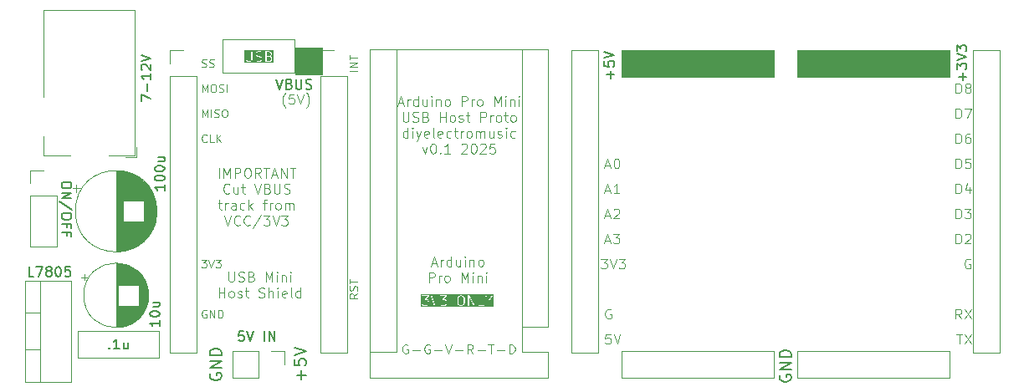
<source format=gbr>
%TF.GenerationSoftware,KiCad,Pcbnew,8.0.7*%
%TF.CreationDate,2025-05-07T21:37:47+01:00*%
%TF.ProjectId,ArduinoProMiniUSBHostProto,41726475-696e-46f5-9072-6f4d696e6955,rev?*%
%TF.SameCoordinates,Original*%
%TF.FileFunction,Legend,Top*%
%TF.FilePolarity,Positive*%
%FSLAX46Y46*%
G04 Gerber Fmt 4.6, Leading zero omitted, Abs format (unit mm)*
G04 Created by KiCad (PCBNEW 8.0.7) date 2025-05-07 21:37:47*
%MOMM*%
%LPD*%
G01*
G04 APERTURE LIST*
%ADD10C,0.100000*%
%ADD11C,0.200000*%
%ADD12C,0.150000*%
%ADD13C,0.120000*%
G04 APERTURE END LIST*
D10*
X96920000Y-51200000D02*
X112300000Y-51200000D01*
X112300000Y-53880000D01*
X96920000Y-53880000D01*
X96920000Y-51200000D01*
G36*
X96920000Y-51200000D02*
G01*
X112300000Y-51200000D01*
X112300000Y-53880000D01*
X96920000Y-53880000D01*
X96920000Y-51200000D01*
G37*
X114700000Y-51180000D02*
X130080000Y-51180000D01*
X130080000Y-53880000D01*
X114700000Y-53880000D01*
X114700000Y-51180000D01*
G36*
X114700000Y-51180000D02*
G01*
X130080000Y-51180000D01*
X130080000Y-53880000D01*
X114700000Y-53880000D01*
X114700000Y-51180000D01*
G37*
X63900000Y-50940000D02*
X66590000Y-50940000D01*
X66590000Y-53620000D01*
X63900000Y-53620000D01*
X63900000Y-50940000D01*
G36*
X63900000Y-50940000D02*
G01*
X66590000Y-50940000D01*
X66590000Y-53620000D01*
X63900000Y-53620000D01*
X63900000Y-50940000D01*
G37*
X56540000Y-50100000D02*
X63780000Y-50100000D01*
X63780000Y-53500000D01*
X56540000Y-53500000D01*
X56540000Y-50100000D01*
X54913408Y-60448704D02*
X54875312Y-60486800D01*
X54875312Y-60486800D02*
X54761027Y-60524895D01*
X54761027Y-60524895D02*
X54684836Y-60524895D01*
X54684836Y-60524895D02*
X54570550Y-60486800D01*
X54570550Y-60486800D02*
X54494360Y-60410609D01*
X54494360Y-60410609D02*
X54456265Y-60334419D01*
X54456265Y-60334419D02*
X54418169Y-60182038D01*
X54418169Y-60182038D02*
X54418169Y-60067752D01*
X54418169Y-60067752D02*
X54456265Y-59915371D01*
X54456265Y-59915371D02*
X54494360Y-59839180D01*
X54494360Y-59839180D02*
X54570550Y-59762990D01*
X54570550Y-59762990D02*
X54684836Y-59724895D01*
X54684836Y-59724895D02*
X54761027Y-59724895D01*
X54761027Y-59724895D02*
X54875312Y-59762990D01*
X54875312Y-59762990D02*
X54913408Y-59801085D01*
X55637217Y-60524895D02*
X55256265Y-60524895D01*
X55256265Y-60524895D02*
X55256265Y-59724895D01*
X55903884Y-60524895D02*
X55903884Y-59724895D01*
X56361027Y-60524895D02*
X56018169Y-60067752D01*
X56361027Y-59724895D02*
X55903884Y-60182038D01*
X94808646Y-72317419D02*
X95427693Y-72317419D01*
X95427693Y-72317419D02*
X95094360Y-72698371D01*
X95094360Y-72698371D02*
X95237217Y-72698371D01*
X95237217Y-72698371D02*
X95332455Y-72745990D01*
X95332455Y-72745990D02*
X95380074Y-72793609D01*
X95380074Y-72793609D02*
X95427693Y-72888847D01*
X95427693Y-72888847D02*
X95427693Y-73126942D01*
X95427693Y-73126942D02*
X95380074Y-73222180D01*
X95380074Y-73222180D02*
X95332455Y-73269800D01*
X95332455Y-73269800D02*
X95237217Y-73317419D01*
X95237217Y-73317419D02*
X94951503Y-73317419D01*
X94951503Y-73317419D02*
X94856265Y-73269800D01*
X94856265Y-73269800D02*
X94808646Y-73222180D01*
X95713408Y-72317419D02*
X96046741Y-73317419D01*
X96046741Y-73317419D02*
X96380074Y-72317419D01*
X96618170Y-72317419D02*
X97237217Y-72317419D01*
X97237217Y-72317419D02*
X96903884Y-72698371D01*
X96903884Y-72698371D02*
X97046741Y-72698371D01*
X97046741Y-72698371D02*
X97141979Y-72745990D01*
X97141979Y-72745990D02*
X97189598Y-72793609D01*
X97189598Y-72793609D02*
X97237217Y-72888847D01*
X97237217Y-72888847D02*
X97237217Y-73126942D01*
X97237217Y-73126942D02*
X97189598Y-73222180D01*
X97189598Y-73222180D02*
X97141979Y-73269800D01*
X97141979Y-73269800D02*
X97046741Y-73317419D01*
X97046741Y-73317419D02*
X96761027Y-73317419D01*
X96761027Y-73317419D02*
X96665789Y-73269800D01*
X96665789Y-73269800D02*
X96618170Y-73222180D01*
X54380074Y-72424895D02*
X54875312Y-72424895D01*
X54875312Y-72424895D02*
X54608646Y-72729657D01*
X54608646Y-72729657D02*
X54722931Y-72729657D01*
X54722931Y-72729657D02*
X54799122Y-72767752D01*
X54799122Y-72767752D02*
X54837217Y-72805847D01*
X54837217Y-72805847D02*
X54875312Y-72882038D01*
X54875312Y-72882038D02*
X54875312Y-73072514D01*
X54875312Y-73072514D02*
X54837217Y-73148704D01*
X54837217Y-73148704D02*
X54799122Y-73186800D01*
X54799122Y-73186800D02*
X54722931Y-73224895D01*
X54722931Y-73224895D02*
X54494360Y-73224895D01*
X54494360Y-73224895D02*
X54418169Y-73186800D01*
X54418169Y-73186800D02*
X54380074Y-73148704D01*
X55103884Y-72424895D02*
X55370551Y-73224895D01*
X55370551Y-73224895D02*
X55637217Y-72424895D01*
X55827693Y-72424895D02*
X56322931Y-72424895D01*
X56322931Y-72424895D02*
X56056265Y-72729657D01*
X56056265Y-72729657D02*
X56170550Y-72729657D01*
X56170550Y-72729657D02*
X56246741Y-72767752D01*
X56246741Y-72767752D02*
X56284836Y-72805847D01*
X56284836Y-72805847D02*
X56322931Y-72882038D01*
X56322931Y-72882038D02*
X56322931Y-73072514D01*
X56322931Y-73072514D02*
X56284836Y-73148704D01*
X56284836Y-73148704D02*
X56246741Y-73186800D01*
X56246741Y-73186800D02*
X56170550Y-73224895D01*
X56170550Y-73224895D02*
X55941979Y-73224895D01*
X55941979Y-73224895D02*
X55865788Y-73186800D01*
X55865788Y-73186800D02*
X55827693Y-73148704D01*
X54875312Y-77542990D02*
X54799122Y-77504895D01*
X54799122Y-77504895D02*
X54684836Y-77504895D01*
X54684836Y-77504895D02*
X54570550Y-77542990D01*
X54570550Y-77542990D02*
X54494360Y-77619180D01*
X54494360Y-77619180D02*
X54456265Y-77695371D01*
X54456265Y-77695371D02*
X54418169Y-77847752D01*
X54418169Y-77847752D02*
X54418169Y-77962038D01*
X54418169Y-77962038D02*
X54456265Y-78114419D01*
X54456265Y-78114419D02*
X54494360Y-78190609D01*
X54494360Y-78190609D02*
X54570550Y-78266800D01*
X54570550Y-78266800D02*
X54684836Y-78304895D01*
X54684836Y-78304895D02*
X54761027Y-78304895D01*
X54761027Y-78304895D02*
X54875312Y-78266800D01*
X54875312Y-78266800D02*
X54913408Y-78228704D01*
X54913408Y-78228704D02*
X54913408Y-77962038D01*
X54913408Y-77962038D02*
X54761027Y-77962038D01*
X55256265Y-78304895D02*
X55256265Y-77504895D01*
X55256265Y-77504895D02*
X55713408Y-78304895D01*
X55713408Y-78304895D02*
X55713408Y-77504895D01*
X56094360Y-78304895D02*
X56094360Y-77504895D01*
X56094360Y-77504895D02*
X56284836Y-77504895D01*
X56284836Y-77504895D02*
X56399122Y-77542990D01*
X56399122Y-77542990D02*
X56475312Y-77619180D01*
X56475312Y-77619180D02*
X56513407Y-77695371D01*
X56513407Y-77695371D02*
X56551503Y-77847752D01*
X56551503Y-77847752D02*
X56551503Y-77962038D01*
X56551503Y-77962038D02*
X56513407Y-78114419D01*
X56513407Y-78114419D02*
X56475312Y-78190609D01*
X56475312Y-78190609D02*
X56399122Y-78266800D01*
X56399122Y-78266800D02*
X56284836Y-78304895D01*
X56284836Y-78304895D02*
X56094360Y-78304895D01*
X130719925Y-70777419D02*
X130719925Y-69777419D01*
X130719925Y-69777419D02*
X130958020Y-69777419D01*
X130958020Y-69777419D02*
X131100877Y-69825038D01*
X131100877Y-69825038D02*
X131196115Y-69920276D01*
X131196115Y-69920276D02*
X131243734Y-70015514D01*
X131243734Y-70015514D02*
X131291353Y-70205990D01*
X131291353Y-70205990D02*
X131291353Y-70348847D01*
X131291353Y-70348847D02*
X131243734Y-70539323D01*
X131243734Y-70539323D02*
X131196115Y-70634561D01*
X131196115Y-70634561D02*
X131100877Y-70729800D01*
X131100877Y-70729800D02*
X130958020Y-70777419D01*
X130958020Y-70777419D02*
X130719925Y-70777419D01*
X131672306Y-69872657D02*
X131719925Y-69825038D01*
X131719925Y-69825038D02*
X131815163Y-69777419D01*
X131815163Y-69777419D02*
X132053258Y-69777419D01*
X132053258Y-69777419D02*
X132148496Y-69825038D01*
X132148496Y-69825038D02*
X132196115Y-69872657D01*
X132196115Y-69872657D02*
X132243734Y-69967895D01*
X132243734Y-69967895D02*
X132243734Y-70063133D01*
X132243734Y-70063133D02*
X132196115Y-70205990D01*
X132196115Y-70205990D02*
X131624687Y-70777419D01*
X131624687Y-70777419D02*
X132243734Y-70777419D01*
G36*
X80815621Y-76136131D02*
G01*
X80895327Y-76215837D01*
X80938095Y-76386907D01*
X80938095Y-76707930D01*
X80895327Y-76878999D01*
X80815619Y-76958708D01*
X80738197Y-76997419D01*
X80571328Y-76997419D01*
X80493905Y-76958707D01*
X80414196Y-76878998D01*
X80371429Y-76707930D01*
X80371429Y-76386907D01*
X80414196Y-76215837D01*
X80493902Y-76136131D01*
X80571328Y-76097419D01*
X80738197Y-76097419D01*
X80815621Y-76136131D01*
G37*
G36*
X83957975Y-77208530D02*
G01*
X76592695Y-77208530D01*
X76592695Y-76028285D01*
X76703806Y-76028285D01*
X76703806Y-76066553D01*
X76730866Y-76093613D01*
X76750000Y-76097419D01*
X77258859Y-76097419D01*
X76998085Y-76395446D01*
X76990990Y-76407766D01*
X76989520Y-76409237D01*
X76989520Y-76410320D01*
X76988350Y-76412352D01*
X76989520Y-76429906D01*
X76989520Y-76447505D01*
X76990776Y-76448761D01*
X76990895Y-76450536D01*
X77004139Y-76462124D01*
X77016580Y-76474565D01*
X77018880Y-76475022D01*
X77019695Y-76475735D01*
X77021767Y-76475596D01*
X77035714Y-76478371D01*
X77166768Y-76478371D01*
X77244191Y-76517082D01*
X77280335Y-76553227D01*
X77319047Y-76630650D01*
X77319047Y-76845138D01*
X77280335Y-76922561D01*
X77244189Y-76958708D01*
X77166768Y-76997419D01*
X76904661Y-76997419D01*
X76827238Y-76958708D01*
X76785356Y-76916825D01*
X76769135Y-76905986D01*
X76730866Y-76905986D01*
X76703806Y-76933045D01*
X76703806Y-76971314D01*
X76714644Y-76987535D01*
X76762263Y-77035155D01*
X76768929Y-77039609D01*
X76775258Y-77044521D01*
X76870496Y-77092140D01*
X76872911Y-77092801D01*
X76873723Y-77093613D01*
X76881584Y-77095176D01*
X76889312Y-77097293D01*
X76890400Y-77096930D01*
X76892857Y-77097419D01*
X77178571Y-77097419D01*
X77181027Y-77096930D01*
X77182116Y-77097293D01*
X77189843Y-77095176D01*
X77197705Y-77093613D01*
X77198516Y-77092801D01*
X77200932Y-77092140D01*
X77296169Y-77044522D01*
X77302496Y-77039611D01*
X77309165Y-77035155D01*
X77356784Y-76987535D01*
X77361237Y-76980869D01*
X77366149Y-76974541D01*
X77413768Y-76879303D01*
X77414429Y-76876887D01*
X77415241Y-76876076D01*
X77416804Y-76868214D01*
X77418921Y-76860487D01*
X77418558Y-76859398D01*
X77419047Y-76856942D01*
X77419047Y-76618847D01*
X77418558Y-76616390D01*
X77418921Y-76615302D01*
X77416804Y-76607574D01*
X77415241Y-76599713D01*
X77414429Y-76598901D01*
X77413768Y-76596486D01*
X77366149Y-76501248D01*
X77361237Y-76494919D01*
X77356783Y-76488253D01*
X77309164Y-76440635D01*
X77302502Y-76436183D01*
X77296169Y-76431268D01*
X77200932Y-76383650D01*
X77198516Y-76382988D01*
X77197705Y-76382177D01*
X77189843Y-76380613D01*
X77182116Y-76378497D01*
X77181027Y-76378859D01*
X77178571Y-76378371D01*
X77145902Y-76378371D01*
X77406676Y-76080344D01*
X77413770Y-76068023D01*
X77415241Y-76066553D01*
X77415241Y-76065469D01*
X77416411Y-76063438D01*
X77415241Y-76045883D01*
X77415241Y-76043875D01*
X77604888Y-76043875D01*
X77607328Y-76063230D01*
X77940661Y-77063230D01*
X77950322Y-77080178D01*
X77953663Y-77081848D01*
X77955335Y-77085192D01*
X77970377Y-77090205D01*
X77984551Y-77097293D01*
X77988094Y-77096111D01*
X77991639Y-77097293D01*
X78005818Y-77090203D01*
X78020855Y-77085191D01*
X78022525Y-77081850D01*
X78025868Y-77080179D01*
X78035529Y-77063230D01*
X78368862Y-76063231D01*
X78371302Y-76043875D01*
X78363507Y-76028285D01*
X78513330Y-76028285D01*
X78513330Y-76066553D01*
X78540390Y-76093613D01*
X78559524Y-76097419D01*
X79068383Y-76097419D01*
X78807609Y-76395446D01*
X78800514Y-76407766D01*
X78799044Y-76409237D01*
X78799044Y-76410320D01*
X78797874Y-76412352D01*
X78799044Y-76429906D01*
X78799044Y-76447505D01*
X78800300Y-76448761D01*
X78800419Y-76450536D01*
X78813663Y-76462124D01*
X78826104Y-76474565D01*
X78828404Y-76475022D01*
X78829219Y-76475735D01*
X78831291Y-76475596D01*
X78845238Y-76478371D01*
X78976292Y-76478371D01*
X79053715Y-76517082D01*
X79089859Y-76553227D01*
X79128571Y-76630650D01*
X79128571Y-76845138D01*
X79089859Y-76922561D01*
X79053713Y-76958708D01*
X78976292Y-76997419D01*
X78714185Y-76997419D01*
X78636762Y-76958708D01*
X78594880Y-76916825D01*
X78578659Y-76905986D01*
X78540390Y-76905986D01*
X78513330Y-76933045D01*
X78513330Y-76971314D01*
X78524168Y-76987535D01*
X78571787Y-77035155D01*
X78578453Y-77039609D01*
X78584782Y-77044521D01*
X78680020Y-77092140D01*
X78682435Y-77092801D01*
X78683247Y-77093613D01*
X78691108Y-77095176D01*
X78698836Y-77097293D01*
X78699924Y-77096930D01*
X78702381Y-77097419D01*
X78988095Y-77097419D01*
X78990551Y-77096930D01*
X78991640Y-77097293D01*
X78999367Y-77095176D01*
X79007229Y-77093613D01*
X79008040Y-77092801D01*
X79010456Y-77092140D01*
X79105693Y-77044522D01*
X79112020Y-77039611D01*
X79118689Y-77035155D01*
X79166308Y-76987535D01*
X79170761Y-76980869D01*
X79175673Y-76974541D01*
X79223292Y-76879303D01*
X79223953Y-76876887D01*
X79224765Y-76876076D01*
X79226328Y-76868214D01*
X79228445Y-76860487D01*
X79228082Y-76859398D01*
X79228571Y-76856942D01*
X79228571Y-76618847D01*
X79228082Y-76616390D01*
X79228445Y-76615302D01*
X79226328Y-76607574D01*
X79224765Y-76599713D01*
X79223953Y-76598901D01*
X79223292Y-76596486D01*
X79175673Y-76501248D01*
X79170761Y-76494919D01*
X79166307Y-76488253D01*
X79118688Y-76440635D01*
X79112026Y-76436183D01*
X79105693Y-76431268D01*
X79010456Y-76383650D01*
X79008040Y-76382988D01*
X79007229Y-76382177D01*
X79000066Y-76380752D01*
X80271429Y-76380752D01*
X80271429Y-76714085D01*
X80272624Y-76720094D01*
X80272922Y-76726212D01*
X80320541Y-76916688D01*
X80322854Y-76921584D01*
X80322854Y-76923695D01*
X80326258Y-76928790D01*
X80328874Y-76934327D01*
X80330682Y-76935412D01*
X80333692Y-76939916D01*
X80428931Y-77035155D01*
X80435590Y-77039605D01*
X80441925Y-77044521D01*
X80537163Y-77092140D01*
X80539578Y-77092801D01*
X80540390Y-77093613D01*
X80548251Y-77095176D01*
X80555979Y-77097293D01*
X80557067Y-77096930D01*
X80559524Y-77097419D01*
X80750000Y-77097419D01*
X80752456Y-77096930D01*
X80753545Y-77097293D01*
X80761272Y-77095176D01*
X80769134Y-77093613D01*
X80769945Y-77092801D01*
X80772361Y-77092140D01*
X80867598Y-77044522D01*
X80873925Y-77039611D01*
X80880594Y-77035155D01*
X80975832Y-76939916D01*
X80978841Y-76935412D01*
X80980650Y-76934327D01*
X80983265Y-76928790D01*
X80986670Y-76923695D01*
X80986670Y-76921584D01*
X80988983Y-76916688D01*
X81036602Y-76726212D01*
X81036899Y-76720094D01*
X81038095Y-76714085D01*
X81038095Y-76380752D01*
X81036899Y-76374742D01*
X81036602Y-76368625D01*
X80988983Y-76178149D01*
X80986670Y-76173252D01*
X80986670Y-76171142D01*
X80983266Y-76166048D01*
X80980650Y-76160510D01*
X80978839Y-76159423D01*
X80975831Y-76154921D01*
X80880593Y-76059683D01*
X80873931Y-76055231D01*
X80867598Y-76050316D01*
X80861804Y-76047419D01*
X81366667Y-76047419D01*
X81366667Y-77047419D01*
X81370473Y-77066553D01*
X81397533Y-77093613D01*
X81435801Y-77093613D01*
X81462861Y-77066553D01*
X81466667Y-77047419D01*
X81466667Y-76235697D01*
X81944683Y-77072226D01*
X81957481Y-77086951D01*
X81964105Y-77088757D01*
X81968961Y-77093613D01*
X81981909Y-77093613D01*
X81994401Y-77097020D01*
X82000363Y-77093613D01*
X82007229Y-77093613D01*
X82016382Y-77084459D01*
X82027627Y-77078034D01*
X82029434Y-77071407D01*
X82034289Y-77066553D01*
X82038095Y-77047419D01*
X82038095Y-76047419D01*
X82414286Y-76047419D01*
X82414286Y-77047419D01*
X82418092Y-77066553D01*
X82445152Y-77093613D01*
X82464286Y-77097419D01*
X82940476Y-77097419D01*
X82959610Y-77093613D01*
X82986670Y-77066553D01*
X82986670Y-77028285D01*
X82959610Y-77001225D01*
X82940476Y-76997419D01*
X82514286Y-76997419D01*
X82514286Y-76056077D01*
X83081708Y-76056077D01*
X83088770Y-76074263D01*
X83414286Y-76585788D01*
X83414286Y-77047419D01*
X83418092Y-77066553D01*
X83445152Y-77093613D01*
X83483420Y-77093613D01*
X83510480Y-77066553D01*
X83514286Y-77047419D01*
X83514286Y-76585788D01*
X83839802Y-76074263D01*
X83846864Y-76056077D01*
X83838562Y-76018719D01*
X83806277Y-75998174D01*
X83768920Y-76006476D01*
X83755436Y-76020575D01*
X83464286Y-76478096D01*
X83173136Y-76020575D01*
X83159653Y-76006476D01*
X83122295Y-75998174D01*
X83090010Y-76018719D01*
X83081708Y-76056077D01*
X82514286Y-76056077D01*
X82514286Y-76047419D01*
X82510480Y-76028285D01*
X82483420Y-76001225D01*
X82445152Y-76001225D01*
X82418092Y-76028285D01*
X82414286Y-76047419D01*
X82038095Y-76047419D01*
X82034289Y-76028285D01*
X82007229Y-76001225D01*
X81968961Y-76001225D01*
X81941901Y-76028285D01*
X81938095Y-76047419D01*
X81938095Y-76859140D01*
X81460079Y-76022612D01*
X81447282Y-76007887D01*
X81440655Y-76006079D01*
X81435801Y-76001225D01*
X81422854Y-76001225D01*
X81410361Y-75997818D01*
X81404399Y-76001225D01*
X81397533Y-76001225D01*
X81388379Y-76010378D01*
X81377135Y-76016804D01*
X81375327Y-76023430D01*
X81370473Y-76028285D01*
X81366667Y-76047419D01*
X80861804Y-76047419D01*
X80772361Y-76002698D01*
X80769945Y-76002036D01*
X80769134Y-76001225D01*
X80761272Y-75999661D01*
X80753545Y-75997545D01*
X80752456Y-75997907D01*
X80750000Y-75997419D01*
X80559524Y-75997419D01*
X80557067Y-75997907D01*
X80555979Y-75997545D01*
X80548251Y-75999661D01*
X80540390Y-76001225D01*
X80539578Y-76002036D01*
X80537163Y-76002698D01*
X80441925Y-76050317D01*
X80435590Y-76055232D01*
X80428931Y-76059683D01*
X80333693Y-76154921D01*
X80330684Y-76159423D01*
X80328874Y-76160510D01*
X80326257Y-76166048D01*
X80322854Y-76171142D01*
X80322854Y-76173252D01*
X80320541Y-76178149D01*
X80272922Y-76368625D01*
X80272624Y-76374742D01*
X80271429Y-76380752D01*
X79000066Y-76380752D01*
X78999367Y-76380613D01*
X78991640Y-76378497D01*
X78990551Y-76378859D01*
X78988095Y-76378371D01*
X78955426Y-76378371D01*
X79216200Y-76080344D01*
X79223294Y-76068023D01*
X79224765Y-76066553D01*
X79224765Y-76065469D01*
X79225935Y-76063438D01*
X79224765Y-76045883D01*
X79224765Y-76028285D01*
X79223508Y-76027028D01*
X79223390Y-76025254D01*
X79210145Y-76013665D01*
X79197705Y-76001225D01*
X79195404Y-76000767D01*
X79194590Y-76000055D01*
X79192517Y-76000193D01*
X79178571Y-75997419D01*
X78559524Y-75997419D01*
X78540390Y-76001225D01*
X78513330Y-76028285D01*
X78363507Y-76028285D01*
X78354188Y-76009647D01*
X78317884Y-75997545D01*
X78283655Y-76014660D01*
X78273994Y-76031608D01*
X77988095Y-76889305D01*
X77702196Y-76031608D01*
X77692535Y-76014659D01*
X77658306Y-75997545D01*
X77622002Y-76009646D01*
X77604888Y-76043875D01*
X77415241Y-76043875D01*
X77415241Y-76028285D01*
X77413984Y-76027028D01*
X77413866Y-76025254D01*
X77400621Y-76013665D01*
X77388181Y-76001225D01*
X77385880Y-76000767D01*
X77385066Y-76000055D01*
X77382993Y-76000193D01*
X77369047Y-75997419D01*
X76750000Y-75997419D01*
X76730866Y-76001225D01*
X76703806Y-76028285D01*
X76592695Y-76028285D01*
X76592695Y-75886308D01*
X83957975Y-75886308D01*
X83957975Y-77208530D01*
G37*
X70164895Y-75838094D02*
X69783942Y-76104761D01*
X70164895Y-76295237D02*
X69364895Y-76295237D01*
X69364895Y-76295237D02*
X69364895Y-75990475D01*
X69364895Y-75990475D02*
X69402990Y-75914285D01*
X69402990Y-75914285D02*
X69441085Y-75876190D01*
X69441085Y-75876190D02*
X69517276Y-75838094D01*
X69517276Y-75838094D02*
X69631561Y-75838094D01*
X69631561Y-75838094D02*
X69707752Y-75876190D01*
X69707752Y-75876190D02*
X69745847Y-75914285D01*
X69745847Y-75914285D02*
X69783942Y-75990475D01*
X69783942Y-75990475D02*
X69783942Y-76295237D01*
X70126800Y-75533333D02*
X70164895Y-75419047D01*
X70164895Y-75419047D02*
X70164895Y-75228571D01*
X70164895Y-75228571D02*
X70126800Y-75152380D01*
X70126800Y-75152380D02*
X70088704Y-75114285D01*
X70088704Y-75114285D02*
X70012514Y-75076190D01*
X70012514Y-75076190D02*
X69936323Y-75076190D01*
X69936323Y-75076190D02*
X69860133Y-75114285D01*
X69860133Y-75114285D02*
X69822038Y-75152380D01*
X69822038Y-75152380D02*
X69783942Y-75228571D01*
X69783942Y-75228571D02*
X69745847Y-75380952D01*
X69745847Y-75380952D02*
X69707752Y-75457142D01*
X69707752Y-75457142D02*
X69669657Y-75495237D01*
X69669657Y-75495237D02*
X69593466Y-75533333D01*
X69593466Y-75533333D02*
X69517276Y-75533333D01*
X69517276Y-75533333D02*
X69441085Y-75495237D01*
X69441085Y-75495237D02*
X69402990Y-75457142D01*
X69402990Y-75457142D02*
X69364895Y-75380952D01*
X69364895Y-75380952D02*
X69364895Y-75190475D01*
X69364895Y-75190475D02*
X69402990Y-75076190D01*
X69364895Y-74847618D02*
X69364895Y-74390475D01*
X70164895Y-74619047D02*
X69364895Y-74619047D01*
X95780074Y-79937419D02*
X95303884Y-79937419D01*
X95303884Y-79937419D02*
X95256265Y-80413609D01*
X95256265Y-80413609D02*
X95303884Y-80365990D01*
X95303884Y-80365990D02*
X95399122Y-80318371D01*
X95399122Y-80318371D02*
X95637217Y-80318371D01*
X95637217Y-80318371D02*
X95732455Y-80365990D01*
X95732455Y-80365990D02*
X95780074Y-80413609D01*
X95780074Y-80413609D02*
X95827693Y-80508847D01*
X95827693Y-80508847D02*
X95827693Y-80746942D01*
X95827693Y-80746942D02*
X95780074Y-80842180D01*
X95780074Y-80842180D02*
X95732455Y-80889800D01*
X95732455Y-80889800D02*
X95637217Y-80937419D01*
X95637217Y-80937419D02*
X95399122Y-80937419D01*
X95399122Y-80937419D02*
X95303884Y-80889800D01*
X95303884Y-80889800D02*
X95256265Y-80842180D01*
X96113408Y-79937419D02*
X96446741Y-80937419D01*
X96446741Y-80937419D02*
X96780074Y-79937419D01*
X57127143Y-73632447D02*
X57127143Y-74441970D01*
X57127143Y-74441970D02*
X57174762Y-74537208D01*
X57174762Y-74537208D02*
X57222381Y-74584828D01*
X57222381Y-74584828D02*
X57317619Y-74632447D01*
X57317619Y-74632447D02*
X57508095Y-74632447D01*
X57508095Y-74632447D02*
X57603333Y-74584828D01*
X57603333Y-74584828D02*
X57650952Y-74537208D01*
X57650952Y-74537208D02*
X57698571Y-74441970D01*
X57698571Y-74441970D02*
X57698571Y-73632447D01*
X58127143Y-74584828D02*
X58270000Y-74632447D01*
X58270000Y-74632447D02*
X58508095Y-74632447D01*
X58508095Y-74632447D02*
X58603333Y-74584828D01*
X58603333Y-74584828D02*
X58650952Y-74537208D01*
X58650952Y-74537208D02*
X58698571Y-74441970D01*
X58698571Y-74441970D02*
X58698571Y-74346732D01*
X58698571Y-74346732D02*
X58650952Y-74251494D01*
X58650952Y-74251494D02*
X58603333Y-74203875D01*
X58603333Y-74203875D02*
X58508095Y-74156256D01*
X58508095Y-74156256D02*
X58317619Y-74108637D01*
X58317619Y-74108637D02*
X58222381Y-74061018D01*
X58222381Y-74061018D02*
X58174762Y-74013399D01*
X58174762Y-74013399D02*
X58127143Y-73918161D01*
X58127143Y-73918161D02*
X58127143Y-73822923D01*
X58127143Y-73822923D02*
X58174762Y-73727685D01*
X58174762Y-73727685D02*
X58222381Y-73680066D01*
X58222381Y-73680066D02*
X58317619Y-73632447D01*
X58317619Y-73632447D02*
X58555714Y-73632447D01*
X58555714Y-73632447D02*
X58698571Y-73680066D01*
X59460476Y-74108637D02*
X59603333Y-74156256D01*
X59603333Y-74156256D02*
X59650952Y-74203875D01*
X59650952Y-74203875D02*
X59698571Y-74299113D01*
X59698571Y-74299113D02*
X59698571Y-74441970D01*
X59698571Y-74441970D02*
X59650952Y-74537208D01*
X59650952Y-74537208D02*
X59603333Y-74584828D01*
X59603333Y-74584828D02*
X59508095Y-74632447D01*
X59508095Y-74632447D02*
X59127143Y-74632447D01*
X59127143Y-74632447D02*
X59127143Y-73632447D01*
X59127143Y-73632447D02*
X59460476Y-73632447D01*
X59460476Y-73632447D02*
X59555714Y-73680066D01*
X59555714Y-73680066D02*
X59603333Y-73727685D01*
X59603333Y-73727685D02*
X59650952Y-73822923D01*
X59650952Y-73822923D02*
X59650952Y-73918161D01*
X59650952Y-73918161D02*
X59603333Y-74013399D01*
X59603333Y-74013399D02*
X59555714Y-74061018D01*
X59555714Y-74061018D02*
X59460476Y-74108637D01*
X59460476Y-74108637D02*
X59127143Y-74108637D01*
X60889048Y-74632447D02*
X60889048Y-73632447D01*
X60889048Y-73632447D02*
X61222381Y-74346732D01*
X61222381Y-74346732D02*
X61555714Y-73632447D01*
X61555714Y-73632447D02*
X61555714Y-74632447D01*
X62031905Y-74632447D02*
X62031905Y-73965780D01*
X62031905Y-73632447D02*
X61984286Y-73680066D01*
X61984286Y-73680066D02*
X62031905Y-73727685D01*
X62031905Y-73727685D02*
X62079524Y-73680066D01*
X62079524Y-73680066D02*
X62031905Y-73632447D01*
X62031905Y-73632447D02*
X62031905Y-73727685D01*
X62508095Y-73965780D02*
X62508095Y-74632447D01*
X62508095Y-74061018D02*
X62555714Y-74013399D01*
X62555714Y-74013399D02*
X62650952Y-73965780D01*
X62650952Y-73965780D02*
X62793809Y-73965780D01*
X62793809Y-73965780D02*
X62889047Y-74013399D01*
X62889047Y-74013399D02*
X62936666Y-74108637D01*
X62936666Y-74108637D02*
X62936666Y-74632447D01*
X63412857Y-74632447D02*
X63412857Y-73965780D01*
X63412857Y-73632447D02*
X63365238Y-73680066D01*
X63365238Y-73680066D02*
X63412857Y-73727685D01*
X63412857Y-73727685D02*
X63460476Y-73680066D01*
X63460476Y-73680066D02*
X63412857Y-73632447D01*
X63412857Y-73632447D02*
X63412857Y-73727685D01*
X56150952Y-76242391D02*
X56150952Y-75242391D01*
X56150952Y-75718581D02*
X56722380Y-75718581D01*
X56722380Y-76242391D02*
X56722380Y-75242391D01*
X57341428Y-76242391D02*
X57246190Y-76194772D01*
X57246190Y-76194772D02*
X57198571Y-76147152D01*
X57198571Y-76147152D02*
X57150952Y-76051914D01*
X57150952Y-76051914D02*
X57150952Y-75766200D01*
X57150952Y-75766200D02*
X57198571Y-75670962D01*
X57198571Y-75670962D02*
X57246190Y-75623343D01*
X57246190Y-75623343D02*
X57341428Y-75575724D01*
X57341428Y-75575724D02*
X57484285Y-75575724D01*
X57484285Y-75575724D02*
X57579523Y-75623343D01*
X57579523Y-75623343D02*
X57627142Y-75670962D01*
X57627142Y-75670962D02*
X57674761Y-75766200D01*
X57674761Y-75766200D02*
X57674761Y-76051914D01*
X57674761Y-76051914D02*
X57627142Y-76147152D01*
X57627142Y-76147152D02*
X57579523Y-76194772D01*
X57579523Y-76194772D02*
X57484285Y-76242391D01*
X57484285Y-76242391D02*
X57341428Y-76242391D01*
X58055714Y-76194772D02*
X58150952Y-76242391D01*
X58150952Y-76242391D02*
X58341428Y-76242391D01*
X58341428Y-76242391D02*
X58436666Y-76194772D01*
X58436666Y-76194772D02*
X58484285Y-76099533D01*
X58484285Y-76099533D02*
X58484285Y-76051914D01*
X58484285Y-76051914D02*
X58436666Y-75956676D01*
X58436666Y-75956676D02*
X58341428Y-75909057D01*
X58341428Y-75909057D02*
X58198571Y-75909057D01*
X58198571Y-75909057D02*
X58103333Y-75861438D01*
X58103333Y-75861438D02*
X58055714Y-75766200D01*
X58055714Y-75766200D02*
X58055714Y-75718581D01*
X58055714Y-75718581D02*
X58103333Y-75623343D01*
X58103333Y-75623343D02*
X58198571Y-75575724D01*
X58198571Y-75575724D02*
X58341428Y-75575724D01*
X58341428Y-75575724D02*
X58436666Y-75623343D01*
X58770000Y-75575724D02*
X59150952Y-75575724D01*
X58912857Y-75242391D02*
X58912857Y-76099533D01*
X58912857Y-76099533D02*
X58960476Y-76194772D01*
X58960476Y-76194772D02*
X59055714Y-76242391D01*
X59055714Y-76242391D02*
X59150952Y-76242391D01*
X60198572Y-76194772D02*
X60341429Y-76242391D01*
X60341429Y-76242391D02*
X60579524Y-76242391D01*
X60579524Y-76242391D02*
X60674762Y-76194772D01*
X60674762Y-76194772D02*
X60722381Y-76147152D01*
X60722381Y-76147152D02*
X60770000Y-76051914D01*
X60770000Y-76051914D02*
X60770000Y-75956676D01*
X60770000Y-75956676D02*
X60722381Y-75861438D01*
X60722381Y-75861438D02*
X60674762Y-75813819D01*
X60674762Y-75813819D02*
X60579524Y-75766200D01*
X60579524Y-75766200D02*
X60389048Y-75718581D01*
X60389048Y-75718581D02*
X60293810Y-75670962D01*
X60293810Y-75670962D02*
X60246191Y-75623343D01*
X60246191Y-75623343D02*
X60198572Y-75528105D01*
X60198572Y-75528105D02*
X60198572Y-75432867D01*
X60198572Y-75432867D02*
X60246191Y-75337629D01*
X60246191Y-75337629D02*
X60293810Y-75290010D01*
X60293810Y-75290010D02*
X60389048Y-75242391D01*
X60389048Y-75242391D02*
X60627143Y-75242391D01*
X60627143Y-75242391D02*
X60770000Y-75290010D01*
X61198572Y-76242391D02*
X61198572Y-75242391D01*
X61627143Y-76242391D02*
X61627143Y-75718581D01*
X61627143Y-75718581D02*
X61579524Y-75623343D01*
X61579524Y-75623343D02*
X61484286Y-75575724D01*
X61484286Y-75575724D02*
X61341429Y-75575724D01*
X61341429Y-75575724D02*
X61246191Y-75623343D01*
X61246191Y-75623343D02*
X61198572Y-75670962D01*
X62103334Y-76242391D02*
X62103334Y-75575724D01*
X62103334Y-75242391D02*
X62055715Y-75290010D01*
X62055715Y-75290010D02*
X62103334Y-75337629D01*
X62103334Y-75337629D02*
X62150953Y-75290010D01*
X62150953Y-75290010D02*
X62103334Y-75242391D01*
X62103334Y-75242391D02*
X62103334Y-75337629D01*
X62960476Y-76194772D02*
X62865238Y-76242391D01*
X62865238Y-76242391D02*
X62674762Y-76242391D01*
X62674762Y-76242391D02*
X62579524Y-76194772D01*
X62579524Y-76194772D02*
X62531905Y-76099533D01*
X62531905Y-76099533D02*
X62531905Y-75718581D01*
X62531905Y-75718581D02*
X62579524Y-75623343D01*
X62579524Y-75623343D02*
X62674762Y-75575724D01*
X62674762Y-75575724D02*
X62865238Y-75575724D01*
X62865238Y-75575724D02*
X62960476Y-75623343D01*
X62960476Y-75623343D02*
X63008095Y-75718581D01*
X63008095Y-75718581D02*
X63008095Y-75813819D01*
X63008095Y-75813819D02*
X62531905Y-75909057D01*
X63579524Y-76242391D02*
X63484286Y-76194772D01*
X63484286Y-76194772D02*
X63436667Y-76099533D01*
X63436667Y-76099533D02*
X63436667Y-75242391D01*
X64389048Y-76242391D02*
X64389048Y-75242391D01*
X64389048Y-76194772D02*
X64293810Y-76242391D01*
X64293810Y-76242391D02*
X64103334Y-76242391D01*
X64103334Y-76242391D02*
X64008096Y-76194772D01*
X64008096Y-76194772D02*
X63960477Y-76147152D01*
X63960477Y-76147152D02*
X63912858Y-76051914D01*
X63912858Y-76051914D02*
X63912858Y-75766200D01*
X63912858Y-75766200D02*
X63960477Y-75670962D01*
X63960477Y-75670962D02*
X64008096Y-75623343D01*
X64008096Y-75623343D02*
X64103334Y-75575724D01*
X64103334Y-75575724D02*
X64293810Y-75575724D01*
X64293810Y-75575724D02*
X64389048Y-75623343D01*
D11*
X64517600Y-84562856D02*
X64517600Y-83648571D01*
X64974742Y-84105713D02*
X64060457Y-84105713D01*
X63774742Y-82505714D02*
X63774742Y-83077142D01*
X63774742Y-83077142D02*
X64346171Y-83134285D01*
X64346171Y-83134285D02*
X64289028Y-83077142D01*
X64289028Y-83077142D02*
X64231885Y-82962857D01*
X64231885Y-82962857D02*
X64231885Y-82677142D01*
X64231885Y-82677142D02*
X64289028Y-82562857D01*
X64289028Y-82562857D02*
X64346171Y-82505714D01*
X64346171Y-82505714D02*
X64460457Y-82448571D01*
X64460457Y-82448571D02*
X64746171Y-82448571D01*
X64746171Y-82448571D02*
X64860457Y-82505714D01*
X64860457Y-82505714D02*
X64917600Y-82562857D01*
X64917600Y-82562857D02*
X64974742Y-82677142D01*
X64974742Y-82677142D02*
X64974742Y-82962857D01*
X64974742Y-82962857D02*
X64917600Y-83077142D01*
X64917600Y-83077142D02*
X64860457Y-83134285D01*
X63774742Y-82105714D02*
X64974742Y-81705714D01*
X64974742Y-81705714D02*
X63774742Y-81305714D01*
D10*
X130719925Y-58077419D02*
X130719925Y-57077419D01*
X130719925Y-57077419D02*
X130958020Y-57077419D01*
X130958020Y-57077419D02*
X131100877Y-57125038D01*
X131100877Y-57125038D02*
X131196115Y-57220276D01*
X131196115Y-57220276D02*
X131243734Y-57315514D01*
X131243734Y-57315514D02*
X131291353Y-57505990D01*
X131291353Y-57505990D02*
X131291353Y-57648847D01*
X131291353Y-57648847D02*
X131243734Y-57839323D01*
X131243734Y-57839323D02*
X131196115Y-57934561D01*
X131196115Y-57934561D02*
X131100877Y-58029800D01*
X131100877Y-58029800D02*
X130958020Y-58077419D01*
X130958020Y-58077419D02*
X130719925Y-58077419D01*
X131624687Y-57077419D02*
X132291353Y-57077419D01*
X132291353Y-57077419D02*
X131862782Y-58077419D01*
X131291353Y-78397419D02*
X130958020Y-77921228D01*
X130719925Y-78397419D02*
X130719925Y-77397419D01*
X130719925Y-77397419D02*
X131100877Y-77397419D01*
X131100877Y-77397419D02*
X131196115Y-77445038D01*
X131196115Y-77445038D02*
X131243734Y-77492657D01*
X131243734Y-77492657D02*
X131291353Y-77587895D01*
X131291353Y-77587895D02*
X131291353Y-77730752D01*
X131291353Y-77730752D02*
X131243734Y-77825990D01*
X131243734Y-77825990D02*
X131196115Y-77873609D01*
X131196115Y-77873609D02*
X131100877Y-77921228D01*
X131100877Y-77921228D02*
X130719925Y-77921228D01*
X131624687Y-77397419D02*
X132291353Y-78397419D01*
X132291353Y-77397419D02*
X131624687Y-78397419D01*
D11*
X95781266Y-54035713D02*
X95781266Y-53273809D01*
X96162219Y-53654761D02*
X95400314Y-53654761D01*
X95162219Y-52321428D02*
X95162219Y-52797618D01*
X95162219Y-52797618D02*
X95638409Y-52845237D01*
X95638409Y-52845237D02*
X95590790Y-52797618D01*
X95590790Y-52797618D02*
X95543171Y-52702380D01*
X95543171Y-52702380D02*
X95543171Y-52464285D01*
X95543171Y-52464285D02*
X95590790Y-52369047D01*
X95590790Y-52369047D02*
X95638409Y-52321428D01*
X95638409Y-52321428D02*
X95733647Y-52273809D01*
X95733647Y-52273809D02*
X95971742Y-52273809D01*
X95971742Y-52273809D02*
X96066980Y-52321428D01*
X96066980Y-52321428D02*
X96114600Y-52369047D01*
X96114600Y-52369047D02*
X96162219Y-52464285D01*
X96162219Y-52464285D02*
X96162219Y-52702380D01*
X96162219Y-52702380D02*
X96114600Y-52797618D01*
X96114600Y-52797618D02*
X96066980Y-52845237D01*
X95162219Y-51988094D02*
X96162219Y-51654761D01*
X96162219Y-51654761D02*
X95162219Y-51321428D01*
D10*
X54418169Y-52866800D02*
X54532455Y-52904895D01*
X54532455Y-52904895D02*
X54722931Y-52904895D01*
X54722931Y-52904895D02*
X54799122Y-52866800D01*
X54799122Y-52866800D02*
X54837217Y-52828704D01*
X54837217Y-52828704D02*
X54875312Y-52752514D01*
X54875312Y-52752514D02*
X54875312Y-52676323D01*
X54875312Y-52676323D02*
X54837217Y-52600133D01*
X54837217Y-52600133D02*
X54799122Y-52562038D01*
X54799122Y-52562038D02*
X54722931Y-52523942D01*
X54722931Y-52523942D02*
X54570550Y-52485847D01*
X54570550Y-52485847D02*
X54494360Y-52447752D01*
X54494360Y-52447752D02*
X54456265Y-52409657D01*
X54456265Y-52409657D02*
X54418169Y-52333466D01*
X54418169Y-52333466D02*
X54418169Y-52257276D01*
X54418169Y-52257276D02*
X54456265Y-52181085D01*
X54456265Y-52181085D02*
X54494360Y-52142990D01*
X54494360Y-52142990D02*
X54570550Y-52104895D01*
X54570550Y-52104895D02*
X54761027Y-52104895D01*
X54761027Y-52104895D02*
X54875312Y-52142990D01*
X55180074Y-52866800D02*
X55294360Y-52904895D01*
X55294360Y-52904895D02*
X55484836Y-52904895D01*
X55484836Y-52904895D02*
X55561027Y-52866800D01*
X55561027Y-52866800D02*
X55599122Y-52828704D01*
X55599122Y-52828704D02*
X55637217Y-52752514D01*
X55637217Y-52752514D02*
X55637217Y-52676323D01*
X55637217Y-52676323D02*
X55599122Y-52600133D01*
X55599122Y-52600133D02*
X55561027Y-52562038D01*
X55561027Y-52562038D02*
X55484836Y-52523942D01*
X55484836Y-52523942D02*
X55332455Y-52485847D01*
X55332455Y-52485847D02*
X55256265Y-52447752D01*
X55256265Y-52447752D02*
X55218170Y-52409657D01*
X55218170Y-52409657D02*
X55180074Y-52333466D01*
X55180074Y-52333466D02*
X55180074Y-52257276D01*
X55180074Y-52257276D02*
X55218170Y-52181085D01*
X55218170Y-52181085D02*
X55256265Y-52142990D01*
X55256265Y-52142990D02*
X55332455Y-52104895D01*
X55332455Y-52104895D02*
X55522932Y-52104895D01*
X55522932Y-52104895D02*
X55637217Y-52142990D01*
X95256265Y-67951704D02*
X95732455Y-67951704D01*
X95161027Y-68237419D02*
X95494360Y-67237419D01*
X95494360Y-67237419D02*
X95827693Y-68237419D01*
X96113408Y-67332657D02*
X96161027Y-67285038D01*
X96161027Y-67285038D02*
X96256265Y-67237419D01*
X96256265Y-67237419D02*
X96494360Y-67237419D01*
X96494360Y-67237419D02*
X96589598Y-67285038D01*
X96589598Y-67285038D02*
X96637217Y-67332657D01*
X96637217Y-67332657D02*
X96684836Y-67427895D01*
X96684836Y-67427895D02*
X96684836Y-67523133D01*
X96684836Y-67523133D02*
X96637217Y-67665990D01*
X96637217Y-67665990D02*
X96065789Y-68237419D01*
X96065789Y-68237419D02*
X96684836Y-68237419D01*
X70164895Y-53263808D02*
X69364895Y-53263808D01*
X70164895Y-52882856D02*
X69364895Y-52882856D01*
X69364895Y-52882856D02*
X70164895Y-52425713D01*
X70164895Y-52425713D02*
X69364895Y-52425713D01*
X69364895Y-52159047D02*
X69364895Y-51701904D01*
X70164895Y-51930476D02*
X69364895Y-51930476D01*
G36*
X61367276Y-51884929D02*
G01*
X61400811Y-51918465D01*
X61439523Y-51995888D01*
X61439523Y-52115138D01*
X61400811Y-52192561D01*
X61364665Y-52228708D01*
X61287244Y-52267419D01*
X60968095Y-52267419D01*
X60968095Y-51843609D01*
X61243315Y-51843609D01*
X61367276Y-51884929D01*
G37*
G36*
X61317048Y-51406130D02*
G01*
X61353192Y-51442275D01*
X61391904Y-51519698D01*
X61391904Y-51591329D01*
X61353192Y-51668752D01*
X61317048Y-51704897D01*
X61239625Y-51743609D01*
X60968095Y-51743609D01*
X60968095Y-51367419D01*
X61239625Y-51367419D01*
X61317048Y-51406130D01*
G37*
G36*
X61650634Y-52478530D02*
G01*
X58756984Y-52478530D01*
X58756984Y-51317419D01*
X58868095Y-51317419D01*
X58868095Y-52126942D01*
X58868583Y-52129398D01*
X58868221Y-52130487D01*
X58870337Y-52138214D01*
X58871901Y-52146076D01*
X58872712Y-52146887D01*
X58873374Y-52149303D01*
X58920992Y-52244540D01*
X58925903Y-52250868D01*
X58930358Y-52257535D01*
X58977977Y-52305155D01*
X58984643Y-52309609D01*
X58990972Y-52314521D01*
X59086210Y-52362140D01*
X59088625Y-52362801D01*
X59089437Y-52363613D01*
X59097298Y-52365176D01*
X59105026Y-52367293D01*
X59106114Y-52366930D01*
X59108571Y-52367419D01*
X59299047Y-52367419D01*
X59301503Y-52366930D01*
X59302592Y-52367293D01*
X59310319Y-52365176D01*
X59318181Y-52363613D01*
X59318992Y-52362801D01*
X59321408Y-52362140D01*
X59416645Y-52314522D01*
X59422972Y-52309611D01*
X59429641Y-52305155D01*
X59477260Y-52257535D01*
X59481713Y-52250869D01*
X59486625Y-52244541D01*
X59534244Y-52149303D01*
X59534905Y-52146887D01*
X59535717Y-52146076D01*
X59537280Y-52138214D01*
X59539397Y-52130487D01*
X59539034Y-52129398D01*
X59539523Y-52126942D01*
X59539523Y-51507895D01*
X59868095Y-51507895D01*
X59868095Y-51603133D01*
X59868583Y-51605589D01*
X59868221Y-51606678D01*
X59870337Y-51614405D01*
X59871901Y-51622267D01*
X59872712Y-51623078D01*
X59873374Y-51625494D01*
X59920992Y-51720731D01*
X59925907Y-51727064D01*
X59930359Y-51733726D01*
X59977977Y-51781345D01*
X59984643Y-51785799D01*
X59990972Y-51790711D01*
X60086210Y-51838330D01*
X60091491Y-51839776D01*
X60096444Y-51842116D01*
X60281596Y-51888404D01*
X60364667Y-51929939D01*
X60400811Y-51966084D01*
X60439523Y-52043507D01*
X60439523Y-52115138D01*
X60400811Y-52192561D01*
X60364665Y-52228708D01*
X60287244Y-52267419D01*
X60069065Y-52267419D01*
X59933906Y-52222366D01*
X59914551Y-52219926D01*
X59880322Y-52237040D01*
X59868221Y-52273344D01*
X59885335Y-52307573D01*
X59902284Y-52317234D01*
X60045140Y-52364853D01*
X60053090Y-52365855D01*
X60060952Y-52367419D01*
X60299047Y-52367419D01*
X60301503Y-52366930D01*
X60302592Y-52367293D01*
X60310319Y-52365176D01*
X60318181Y-52363613D01*
X60318992Y-52362801D01*
X60321408Y-52362140D01*
X60416645Y-52314522D01*
X60422972Y-52309611D01*
X60429641Y-52305155D01*
X60477260Y-52257535D01*
X60481713Y-52250869D01*
X60486625Y-52244541D01*
X60534244Y-52149303D01*
X60534905Y-52146887D01*
X60535717Y-52146076D01*
X60537280Y-52138214D01*
X60539397Y-52130487D01*
X60539034Y-52129398D01*
X60539523Y-52126942D01*
X60539523Y-52031704D01*
X60539034Y-52029247D01*
X60539397Y-52028159D01*
X60537280Y-52020431D01*
X60535717Y-52012570D01*
X60534905Y-52011758D01*
X60534244Y-52009343D01*
X60486625Y-51914105D01*
X60481713Y-51907776D01*
X60477259Y-51901110D01*
X60429640Y-51853492D01*
X60422978Y-51849040D01*
X60416645Y-51844125D01*
X60321408Y-51796507D01*
X60316126Y-51795060D01*
X60311174Y-51792721D01*
X60126023Y-51746433D01*
X60042951Y-51704897D01*
X60006806Y-51668753D01*
X59968095Y-51591330D01*
X59968095Y-51519698D01*
X60006806Y-51442274D01*
X60042951Y-51406130D01*
X60120375Y-51367419D01*
X60338553Y-51367419D01*
X60473711Y-51412472D01*
X60493067Y-51414912D01*
X60527295Y-51397798D01*
X60539397Y-51361494D01*
X60522282Y-51327265D01*
X60505334Y-51317604D01*
X60504779Y-51317419D01*
X60868095Y-51317419D01*
X60868095Y-52317419D01*
X60871901Y-52336553D01*
X60898961Y-52363613D01*
X60918095Y-52367419D01*
X61299047Y-52367419D01*
X61301503Y-52366930D01*
X61302592Y-52367293D01*
X61310319Y-52365176D01*
X61318181Y-52363613D01*
X61318992Y-52362801D01*
X61321408Y-52362140D01*
X61416645Y-52314522D01*
X61422972Y-52309611D01*
X61429641Y-52305155D01*
X61477260Y-52257535D01*
X61481713Y-52250869D01*
X61486625Y-52244541D01*
X61534244Y-52149303D01*
X61534905Y-52146887D01*
X61535717Y-52146076D01*
X61537280Y-52138214D01*
X61539397Y-52130487D01*
X61539034Y-52129398D01*
X61539523Y-52126942D01*
X61539523Y-51984085D01*
X61539034Y-51981628D01*
X61539397Y-51980540D01*
X61537280Y-51972812D01*
X61535717Y-51964951D01*
X61534905Y-51964139D01*
X61534244Y-51961724D01*
X61486625Y-51866486D01*
X61481713Y-51860157D01*
X61477259Y-51853491D01*
X61429640Y-51805873D01*
X61427557Y-51804481D01*
X61427044Y-51803455D01*
X61420083Y-51799487D01*
X61413419Y-51795034D01*
X61412271Y-51795034D01*
X61410096Y-51793794D01*
X61378935Y-51783407D01*
X61382021Y-51781345D01*
X61429640Y-51733727D01*
X61434094Y-51727060D01*
X61439006Y-51720732D01*
X61486625Y-51625494D01*
X61487286Y-51623078D01*
X61488098Y-51622267D01*
X61489661Y-51614405D01*
X61491778Y-51606678D01*
X61491415Y-51605589D01*
X61491904Y-51603133D01*
X61491904Y-51507895D01*
X61491415Y-51505438D01*
X61491778Y-51504350D01*
X61489661Y-51496622D01*
X61488098Y-51488761D01*
X61487286Y-51487949D01*
X61486625Y-51485534D01*
X61439006Y-51390296D01*
X61434094Y-51383967D01*
X61429640Y-51377301D01*
X61382021Y-51329683D01*
X61375359Y-51325231D01*
X61369026Y-51320316D01*
X61273789Y-51272698D01*
X61271373Y-51272036D01*
X61270562Y-51271225D01*
X61262700Y-51269661D01*
X61254973Y-51267545D01*
X61253884Y-51267907D01*
X61251428Y-51267419D01*
X60918095Y-51267419D01*
X60898961Y-51271225D01*
X60871901Y-51298285D01*
X60868095Y-51317419D01*
X60504779Y-51317419D01*
X60362477Y-51269985D01*
X60354528Y-51268982D01*
X60346666Y-51267419D01*
X60108571Y-51267419D01*
X60106114Y-51267907D01*
X60105026Y-51267545D01*
X60097298Y-51269661D01*
X60089437Y-51271225D01*
X60088625Y-51272036D01*
X60086210Y-51272698D01*
X59990972Y-51320317D01*
X59984643Y-51325228D01*
X59977977Y-51329683D01*
X59930359Y-51377302D01*
X59925907Y-51383963D01*
X59920992Y-51390297D01*
X59873374Y-51485534D01*
X59872712Y-51487949D01*
X59871901Y-51488761D01*
X59870337Y-51496622D01*
X59868221Y-51504350D01*
X59868583Y-51505438D01*
X59868095Y-51507895D01*
X59539523Y-51507895D01*
X59539523Y-51317419D01*
X59535717Y-51298285D01*
X59508657Y-51271225D01*
X59470389Y-51271225D01*
X59443329Y-51298285D01*
X59439523Y-51317419D01*
X59439523Y-52115138D01*
X59400811Y-52192561D01*
X59364665Y-52228708D01*
X59287244Y-52267419D01*
X59120375Y-52267419D01*
X59042952Y-52228708D01*
X59006806Y-52192561D01*
X58968095Y-52115139D01*
X58968095Y-51317419D01*
X58964289Y-51298285D01*
X58937229Y-51271225D01*
X58898961Y-51271225D01*
X58871901Y-51298285D01*
X58868095Y-51317419D01*
X58756984Y-51317419D01*
X58756984Y-51156308D01*
X61650634Y-51156308D01*
X61650634Y-52478530D01*
G37*
X95256265Y-65421704D02*
X95732455Y-65421704D01*
X95161027Y-65707419D02*
X95494360Y-64707419D01*
X95494360Y-64707419D02*
X95827693Y-65707419D01*
X96684836Y-65707419D02*
X96113408Y-65707419D01*
X96399122Y-65707419D02*
X96399122Y-64707419D01*
X96399122Y-64707419D02*
X96303884Y-64850276D01*
X96303884Y-64850276D02*
X96208646Y-64945514D01*
X96208646Y-64945514D02*
X96113408Y-64993133D01*
D11*
X112941885Y-84084285D02*
X112884742Y-84198571D01*
X112884742Y-84198571D02*
X112884742Y-84369999D01*
X112884742Y-84369999D02*
X112941885Y-84541428D01*
X112941885Y-84541428D02*
X113056171Y-84655713D01*
X113056171Y-84655713D02*
X113170457Y-84712856D01*
X113170457Y-84712856D02*
X113399028Y-84769999D01*
X113399028Y-84769999D02*
X113570457Y-84769999D01*
X113570457Y-84769999D02*
X113799028Y-84712856D01*
X113799028Y-84712856D02*
X113913314Y-84655713D01*
X113913314Y-84655713D02*
X114027600Y-84541428D01*
X114027600Y-84541428D02*
X114084742Y-84369999D01*
X114084742Y-84369999D02*
X114084742Y-84255713D01*
X114084742Y-84255713D02*
X114027600Y-84084285D01*
X114027600Y-84084285D02*
X113970457Y-84027142D01*
X113970457Y-84027142D02*
X113570457Y-84027142D01*
X113570457Y-84027142D02*
X113570457Y-84255713D01*
X114084742Y-83512856D02*
X112884742Y-83512856D01*
X112884742Y-83512856D02*
X114084742Y-82827142D01*
X114084742Y-82827142D02*
X112884742Y-82827142D01*
X114084742Y-82255713D02*
X112884742Y-82255713D01*
X112884742Y-82255713D02*
X112884742Y-81969999D01*
X112884742Y-81969999D02*
X112941885Y-81798570D01*
X112941885Y-81798570D02*
X113056171Y-81684285D01*
X113056171Y-81684285D02*
X113170457Y-81627142D01*
X113170457Y-81627142D02*
X113399028Y-81569999D01*
X113399028Y-81569999D02*
X113570457Y-81569999D01*
X113570457Y-81569999D02*
X113799028Y-81627142D01*
X113799028Y-81627142D02*
X113913314Y-81684285D01*
X113913314Y-81684285D02*
X114027600Y-81798570D01*
X114027600Y-81798570D02*
X114084742Y-81969999D01*
X114084742Y-81969999D02*
X114084742Y-82255713D01*
D10*
X130719925Y-68237419D02*
X130719925Y-67237419D01*
X130719925Y-67237419D02*
X130958020Y-67237419D01*
X130958020Y-67237419D02*
X131100877Y-67285038D01*
X131100877Y-67285038D02*
X131196115Y-67380276D01*
X131196115Y-67380276D02*
X131243734Y-67475514D01*
X131243734Y-67475514D02*
X131291353Y-67665990D01*
X131291353Y-67665990D02*
X131291353Y-67808847D01*
X131291353Y-67808847D02*
X131243734Y-67999323D01*
X131243734Y-67999323D02*
X131196115Y-68094561D01*
X131196115Y-68094561D02*
X131100877Y-68189800D01*
X131100877Y-68189800D02*
X130958020Y-68237419D01*
X130958020Y-68237419D02*
X130719925Y-68237419D01*
X131624687Y-67237419D02*
X132243734Y-67237419D01*
X132243734Y-67237419D02*
X131910401Y-67618371D01*
X131910401Y-67618371D02*
X132053258Y-67618371D01*
X132053258Y-67618371D02*
X132148496Y-67665990D01*
X132148496Y-67665990D02*
X132196115Y-67713609D01*
X132196115Y-67713609D02*
X132243734Y-67808847D01*
X132243734Y-67808847D02*
X132243734Y-68046942D01*
X132243734Y-68046942D02*
X132196115Y-68142180D01*
X132196115Y-68142180D02*
X132148496Y-68189800D01*
X132148496Y-68189800D02*
X132053258Y-68237419D01*
X132053258Y-68237419D02*
X131767544Y-68237419D01*
X131767544Y-68237419D02*
X131672306Y-68189800D01*
X131672306Y-68189800D02*
X131624687Y-68142180D01*
D11*
X131451266Y-54261904D02*
X131451266Y-53500000D01*
X131832219Y-53880952D02*
X131070314Y-53880952D01*
X130832219Y-53119047D02*
X130832219Y-52500000D01*
X130832219Y-52500000D02*
X131213171Y-52833333D01*
X131213171Y-52833333D02*
X131213171Y-52690476D01*
X131213171Y-52690476D02*
X131260790Y-52595238D01*
X131260790Y-52595238D02*
X131308409Y-52547619D01*
X131308409Y-52547619D02*
X131403647Y-52500000D01*
X131403647Y-52500000D02*
X131641742Y-52500000D01*
X131641742Y-52500000D02*
X131736980Y-52547619D01*
X131736980Y-52547619D02*
X131784600Y-52595238D01*
X131784600Y-52595238D02*
X131832219Y-52690476D01*
X131832219Y-52690476D02*
X131832219Y-52976190D01*
X131832219Y-52976190D02*
X131784600Y-53071428D01*
X131784600Y-53071428D02*
X131736980Y-53119047D01*
X130832219Y-52214285D02*
X131832219Y-51880952D01*
X131832219Y-51880952D02*
X130832219Y-51547619D01*
X130832219Y-51309523D02*
X130832219Y-50690476D01*
X130832219Y-50690476D02*
X131213171Y-51023809D01*
X131213171Y-51023809D02*
X131213171Y-50880952D01*
X131213171Y-50880952D02*
X131260790Y-50785714D01*
X131260790Y-50785714D02*
X131308409Y-50738095D01*
X131308409Y-50738095D02*
X131403647Y-50690476D01*
X131403647Y-50690476D02*
X131641742Y-50690476D01*
X131641742Y-50690476D02*
X131736980Y-50738095D01*
X131736980Y-50738095D02*
X131784600Y-50785714D01*
X131784600Y-50785714D02*
X131832219Y-50880952D01*
X131832219Y-50880952D02*
X131832219Y-51166666D01*
X131832219Y-51166666D02*
X131784600Y-51261904D01*
X131784600Y-51261904D02*
X131736980Y-51309523D01*
D10*
X54456265Y-57984895D02*
X54456265Y-57184895D01*
X54456265Y-57184895D02*
X54722931Y-57756323D01*
X54722931Y-57756323D02*
X54989598Y-57184895D01*
X54989598Y-57184895D02*
X54989598Y-57984895D01*
X55370551Y-57984895D02*
X55370551Y-57184895D01*
X55713407Y-57946800D02*
X55827693Y-57984895D01*
X55827693Y-57984895D02*
X56018169Y-57984895D01*
X56018169Y-57984895D02*
X56094360Y-57946800D01*
X56094360Y-57946800D02*
X56132455Y-57908704D01*
X56132455Y-57908704D02*
X56170550Y-57832514D01*
X56170550Y-57832514D02*
X56170550Y-57756323D01*
X56170550Y-57756323D02*
X56132455Y-57680133D01*
X56132455Y-57680133D02*
X56094360Y-57642038D01*
X56094360Y-57642038D02*
X56018169Y-57603942D01*
X56018169Y-57603942D02*
X55865788Y-57565847D01*
X55865788Y-57565847D02*
X55789598Y-57527752D01*
X55789598Y-57527752D02*
X55751503Y-57489657D01*
X55751503Y-57489657D02*
X55713407Y-57413466D01*
X55713407Y-57413466D02*
X55713407Y-57337276D01*
X55713407Y-57337276D02*
X55751503Y-57261085D01*
X55751503Y-57261085D02*
X55789598Y-57222990D01*
X55789598Y-57222990D02*
X55865788Y-57184895D01*
X55865788Y-57184895D02*
X56056265Y-57184895D01*
X56056265Y-57184895D02*
X56170550Y-57222990D01*
X56665789Y-57184895D02*
X56818170Y-57184895D01*
X56818170Y-57184895D02*
X56894360Y-57222990D01*
X56894360Y-57222990D02*
X56970551Y-57299180D01*
X56970551Y-57299180D02*
X57008646Y-57451561D01*
X57008646Y-57451561D02*
X57008646Y-57718228D01*
X57008646Y-57718228D02*
X56970551Y-57870609D01*
X56970551Y-57870609D02*
X56894360Y-57946800D01*
X56894360Y-57946800D02*
X56818170Y-57984895D01*
X56818170Y-57984895D02*
X56665789Y-57984895D01*
X56665789Y-57984895D02*
X56589598Y-57946800D01*
X56589598Y-57946800D02*
X56513408Y-57870609D01*
X56513408Y-57870609D02*
X56475312Y-57718228D01*
X56475312Y-57718228D02*
X56475312Y-57451561D01*
X56475312Y-57451561D02*
X56513408Y-57299180D01*
X56513408Y-57299180D02*
X56589598Y-57222990D01*
X56589598Y-57222990D02*
X56665789Y-57184895D01*
X62892380Y-57018371D02*
X62844761Y-56970752D01*
X62844761Y-56970752D02*
X62749523Y-56827895D01*
X62749523Y-56827895D02*
X62701904Y-56732657D01*
X62701904Y-56732657D02*
X62654285Y-56589800D01*
X62654285Y-56589800D02*
X62606666Y-56351704D01*
X62606666Y-56351704D02*
X62606666Y-56161228D01*
X62606666Y-56161228D02*
X62654285Y-55923133D01*
X62654285Y-55923133D02*
X62701904Y-55780276D01*
X62701904Y-55780276D02*
X62749523Y-55685038D01*
X62749523Y-55685038D02*
X62844761Y-55542180D01*
X62844761Y-55542180D02*
X62892380Y-55494561D01*
X63749523Y-55637419D02*
X63273333Y-55637419D01*
X63273333Y-55637419D02*
X63225714Y-56113609D01*
X63225714Y-56113609D02*
X63273333Y-56065990D01*
X63273333Y-56065990D02*
X63368571Y-56018371D01*
X63368571Y-56018371D02*
X63606666Y-56018371D01*
X63606666Y-56018371D02*
X63701904Y-56065990D01*
X63701904Y-56065990D02*
X63749523Y-56113609D01*
X63749523Y-56113609D02*
X63797142Y-56208847D01*
X63797142Y-56208847D02*
X63797142Y-56446942D01*
X63797142Y-56446942D02*
X63749523Y-56542180D01*
X63749523Y-56542180D02*
X63701904Y-56589800D01*
X63701904Y-56589800D02*
X63606666Y-56637419D01*
X63606666Y-56637419D02*
X63368571Y-56637419D01*
X63368571Y-56637419D02*
X63273333Y-56589800D01*
X63273333Y-56589800D02*
X63225714Y-56542180D01*
X64082857Y-55637419D02*
X64416190Y-56637419D01*
X64416190Y-56637419D02*
X64749523Y-55637419D01*
X64987619Y-57018371D02*
X65035238Y-56970752D01*
X65035238Y-56970752D02*
X65130476Y-56827895D01*
X65130476Y-56827895D02*
X65178095Y-56732657D01*
X65178095Y-56732657D02*
X65225714Y-56589800D01*
X65225714Y-56589800D02*
X65273333Y-56351704D01*
X65273333Y-56351704D02*
X65273333Y-56161228D01*
X65273333Y-56161228D02*
X65225714Y-55923133D01*
X65225714Y-55923133D02*
X65178095Y-55780276D01*
X65178095Y-55780276D02*
X65130476Y-55685038D01*
X65130476Y-55685038D02*
X65035238Y-55542180D01*
X65035238Y-55542180D02*
X64987619Y-55494561D01*
X74340952Y-56546788D02*
X74817142Y-56546788D01*
X74245714Y-56832503D02*
X74579047Y-55832503D01*
X74579047Y-55832503D02*
X74912380Y-56832503D01*
X75245714Y-56832503D02*
X75245714Y-56165836D01*
X75245714Y-56356312D02*
X75293333Y-56261074D01*
X75293333Y-56261074D02*
X75340952Y-56213455D01*
X75340952Y-56213455D02*
X75436190Y-56165836D01*
X75436190Y-56165836D02*
X75531428Y-56165836D01*
X76293333Y-56832503D02*
X76293333Y-55832503D01*
X76293333Y-56784884D02*
X76198095Y-56832503D01*
X76198095Y-56832503D02*
X76007619Y-56832503D01*
X76007619Y-56832503D02*
X75912381Y-56784884D01*
X75912381Y-56784884D02*
X75864762Y-56737264D01*
X75864762Y-56737264D02*
X75817143Y-56642026D01*
X75817143Y-56642026D02*
X75817143Y-56356312D01*
X75817143Y-56356312D02*
X75864762Y-56261074D01*
X75864762Y-56261074D02*
X75912381Y-56213455D01*
X75912381Y-56213455D02*
X76007619Y-56165836D01*
X76007619Y-56165836D02*
X76198095Y-56165836D01*
X76198095Y-56165836D02*
X76293333Y-56213455D01*
X77198095Y-56165836D02*
X77198095Y-56832503D01*
X76769524Y-56165836D02*
X76769524Y-56689645D01*
X76769524Y-56689645D02*
X76817143Y-56784884D01*
X76817143Y-56784884D02*
X76912381Y-56832503D01*
X76912381Y-56832503D02*
X77055238Y-56832503D01*
X77055238Y-56832503D02*
X77150476Y-56784884D01*
X77150476Y-56784884D02*
X77198095Y-56737264D01*
X77674286Y-56832503D02*
X77674286Y-56165836D01*
X77674286Y-55832503D02*
X77626667Y-55880122D01*
X77626667Y-55880122D02*
X77674286Y-55927741D01*
X77674286Y-55927741D02*
X77721905Y-55880122D01*
X77721905Y-55880122D02*
X77674286Y-55832503D01*
X77674286Y-55832503D02*
X77674286Y-55927741D01*
X78150476Y-56165836D02*
X78150476Y-56832503D01*
X78150476Y-56261074D02*
X78198095Y-56213455D01*
X78198095Y-56213455D02*
X78293333Y-56165836D01*
X78293333Y-56165836D02*
X78436190Y-56165836D01*
X78436190Y-56165836D02*
X78531428Y-56213455D01*
X78531428Y-56213455D02*
X78579047Y-56308693D01*
X78579047Y-56308693D02*
X78579047Y-56832503D01*
X79198095Y-56832503D02*
X79102857Y-56784884D01*
X79102857Y-56784884D02*
X79055238Y-56737264D01*
X79055238Y-56737264D02*
X79007619Y-56642026D01*
X79007619Y-56642026D02*
X79007619Y-56356312D01*
X79007619Y-56356312D02*
X79055238Y-56261074D01*
X79055238Y-56261074D02*
X79102857Y-56213455D01*
X79102857Y-56213455D02*
X79198095Y-56165836D01*
X79198095Y-56165836D02*
X79340952Y-56165836D01*
X79340952Y-56165836D02*
X79436190Y-56213455D01*
X79436190Y-56213455D02*
X79483809Y-56261074D01*
X79483809Y-56261074D02*
X79531428Y-56356312D01*
X79531428Y-56356312D02*
X79531428Y-56642026D01*
X79531428Y-56642026D02*
X79483809Y-56737264D01*
X79483809Y-56737264D02*
X79436190Y-56784884D01*
X79436190Y-56784884D02*
X79340952Y-56832503D01*
X79340952Y-56832503D02*
X79198095Y-56832503D01*
X80721905Y-56832503D02*
X80721905Y-55832503D01*
X80721905Y-55832503D02*
X81102857Y-55832503D01*
X81102857Y-55832503D02*
X81198095Y-55880122D01*
X81198095Y-55880122D02*
X81245714Y-55927741D01*
X81245714Y-55927741D02*
X81293333Y-56022979D01*
X81293333Y-56022979D02*
X81293333Y-56165836D01*
X81293333Y-56165836D02*
X81245714Y-56261074D01*
X81245714Y-56261074D02*
X81198095Y-56308693D01*
X81198095Y-56308693D02*
X81102857Y-56356312D01*
X81102857Y-56356312D02*
X80721905Y-56356312D01*
X81721905Y-56832503D02*
X81721905Y-56165836D01*
X81721905Y-56356312D02*
X81769524Y-56261074D01*
X81769524Y-56261074D02*
X81817143Y-56213455D01*
X81817143Y-56213455D02*
X81912381Y-56165836D01*
X81912381Y-56165836D02*
X82007619Y-56165836D01*
X82483810Y-56832503D02*
X82388572Y-56784884D01*
X82388572Y-56784884D02*
X82340953Y-56737264D01*
X82340953Y-56737264D02*
X82293334Y-56642026D01*
X82293334Y-56642026D02*
X82293334Y-56356312D01*
X82293334Y-56356312D02*
X82340953Y-56261074D01*
X82340953Y-56261074D02*
X82388572Y-56213455D01*
X82388572Y-56213455D02*
X82483810Y-56165836D01*
X82483810Y-56165836D02*
X82626667Y-56165836D01*
X82626667Y-56165836D02*
X82721905Y-56213455D01*
X82721905Y-56213455D02*
X82769524Y-56261074D01*
X82769524Y-56261074D02*
X82817143Y-56356312D01*
X82817143Y-56356312D02*
X82817143Y-56642026D01*
X82817143Y-56642026D02*
X82769524Y-56737264D01*
X82769524Y-56737264D02*
X82721905Y-56784884D01*
X82721905Y-56784884D02*
X82626667Y-56832503D01*
X82626667Y-56832503D02*
X82483810Y-56832503D01*
X84007620Y-56832503D02*
X84007620Y-55832503D01*
X84007620Y-55832503D02*
X84340953Y-56546788D01*
X84340953Y-56546788D02*
X84674286Y-55832503D01*
X84674286Y-55832503D02*
X84674286Y-56832503D01*
X85150477Y-56832503D02*
X85150477Y-56165836D01*
X85150477Y-55832503D02*
X85102858Y-55880122D01*
X85102858Y-55880122D02*
X85150477Y-55927741D01*
X85150477Y-55927741D02*
X85198096Y-55880122D01*
X85198096Y-55880122D02*
X85150477Y-55832503D01*
X85150477Y-55832503D02*
X85150477Y-55927741D01*
X85626667Y-56165836D02*
X85626667Y-56832503D01*
X85626667Y-56261074D02*
X85674286Y-56213455D01*
X85674286Y-56213455D02*
X85769524Y-56165836D01*
X85769524Y-56165836D02*
X85912381Y-56165836D01*
X85912381Y-56165836D02*
X86007619Y-56213455D01*
X86007619Y-56213455D02*
X86055238Y-56308693D01*
X86055238Y-56308693D02*
X86055238Y-56832503D01*
X86531429Y-56832503D02*
X86531429Y-56165836D01*
X86531429Y-55832503D02*
X86483810Y-55880122D01*
X86483810Y-55880122D02*
X86531429Y-55927741D01*
X86531429Y-55927741D02*
X86579048Y-55880122D01*
X86579048Y-55880122D02*
X86531429Y-55832503D01*
X86531429Y-55832503D02*
X86531429Y-55927741D01*
X74769523Y-57442447D02*
X74769523Y-58251970D01*
X74769523Y-58251970D02*
X74817142Y-58347208D01*
X74817142Y-58347208D02*
X74864761Y-58394828D01*
X74864761Y-58394828D02*
X74959999Y-58442447D01*
X74959999Y-58442447D02*
X75150475Y-58442447D01*
X75150475Y-58442447D02*
X75245713Y-58394828D01*
X75245713Y-58394828D02*
X75293332Y-58347208D01*
X75293332Y-58347208D02*
X75340951Y-58251970D01*
X75340951Y-58251970D02*
X75340951Y-57442447D01*
X75769523Y-58394828D02*
X75912380Y-58442447D01*
X75912380Y-58442447D02*
X76150475Y-58442447D01*
X76150475Y-58442447D02*
X76245713Y-58394828D01*
X76245713Y-58394828D02*
X76293332Y-58347208D01*
X76293332Y-58347208D02*
X76340951Y-58251970D01*
X76340951Y-58251970D02*
X76340951Y-58156732D01*
X76340951Y-58156732D02*
X76293332Y-58061494D01*
X76293332Y-58061494D02*
X76245713Y-58013875D01*
X76245713Y-58013875D02*
X76150475Y-57966256D01*
X76150475Y-57966256D02*
X75959999Y-57918637D01*
X75959999Y-57918637D02*
X75864761Y-57871018D01*
X75864761Y-57871018D02*
X75817142Y-57823399D01*
X75817142Y-57823399D02*
X75769523Y-57728161D01*
X75769523Y-57728161D02*
X75769523Y-57632923D01*
X75769523Y-57632923D02*
X75817142Y-57537685D01*
X75817142Y-57537685D02*
X75864761Y-57490066D01*
X75864761Y-57490066D02*
X75959999Y-57442447D01*
X75959999Y-57442447D02*
X76198094Y-57442447D01*
X76198094Y-57442447D02*
X76340951Y-57490066D01*
X77102856Y-57918637D02*
X77245713Y-57966256D01*
X77245713Y-57966256D02*
X77293332Y-58013875D01*
X77293332Y-58013875D02*
X77340951Y-58109113D01*
X77340951Y-58109113D02*
X77340951Y-58251970D01*
X77340951Y-58251970D02*
X77293332Y-58347208D01*
X77293332Y-58347208D02*
X77245713Y-58394828D01*
X77245713Y-58394828D02*
X77150475Y-58442447D01*
X77150475Y-58442447D02*
X76769523Y-58442447D01*
X76769523Y-58442447D02*
X76769523Y-57442447D01*
X76769523Y-57442447D02*
X77102856Y-57442447D01*
X77102856Y-57442447D02*
X77198094Y-57490066D01*
X77198094Y-57490066D02*
X77245713Y-57537685D01*
X77245713Y-57537685D02*
X77293332Y-57632923D01*
X77293332Y-57632923D02*
X77293332Y-57728161D01*
X77293332Y-57728161D02*
X77245713Y-57823399D01*
X77245713Y-57823399D02*
X77198094Y-57871018D01*
X77198094Y-57871018D02*
X77102856Y-57918637D01*
X77102856Y-57918637D02*
X76769523Y-57918637D01*
X78531428Y-58442447D02*
X78531428Y-57442447D01*
X78531428Y-57918637D02*
X79102856Y-57918637D01*
X79102856Y-58442447D02*
X79102856Y-57442447D01*
X79721904Y-58442447D02*
X79626666Y-58394828D01*
X79626666Y-58394828D02*
X79579047Y-58347208D01*
X79579047Y-58347208D02*
X79531428Y-58251970D01*
X79531428Y-58251970D02*
X79531428Y-57966256D01*
X79531428Y-57966256D02*
X79579047Y-57871018D01*
X79579047Y-57871018D02*
X79626666Y-57823399D01*
X79626666Y-57823399D02*
X79721904Y-57775780D01*
X79721904Y-57775780D02*
X79864761Y-57775780D01*
X79864761Y-57775780D02*
X79959999Y-57823399D01*
X79959999Y-57823399D02*
X80007618Y-57871018D01*
X80007618Y-57871018D02*
X80055237Y-57966256D01*
X80055237Y-57966256D02*
X80055237Y-58251970D01*
X80055237Y-58251970D02*
X80007618Y-58347208D01*
X80007618Y-58347208D02*
X79959999Y-58394828D01*
X79959999Y-58394828D02*
X79864761Y-58442447D01*
X79864761Y-58442447D02*
X79721904Y-58442447D01*
X80436190Y-58394828D02*
X80531428Y-58442447D01*
X80531428Y-58442447D02*
X80721904Y-58442447D01*
X80721904Y-58442447D02*
X80817142Y-58394828D01*
X80817142Y-58394828D02*
X80864761Y-58299589D01*
X80864761Y-58299589D02*
X80864761Y-58251970D01*
X80864761Y-58251970D02*
X80817142Y-58156732D01*
X80817142Y-58156732D02*
X80721904Y-58109113D01*
X80721904Y-58109113D02*
X80579047Y-58109113D01*
X80579047Y-58109113D02*
X80483809Y-58061494D01*
X80483809Y-58061494D02*
X80436190Y-57966256D01*
X80436190Y-57966256D02*
X80436190Y-57918637D01*
X80436190Y-57918637D02*
X80483809Y-57823399D01*
X80483809Y-57823399D02*
X80579047Y-57775780D01*
X80579047Y-57775780D02*
X80721904Y-57775780D01*
X80721904Y-57775780D02*
X80817142Y-57823399D01*
X81150476Y-57775780D02*
X81531428Y-57775780D01*
X81293333Y-57442447D02*
X81293333Y-58299589D01*
X81293333Y-58299589D02*
X81340952Y-58394828D01*
X81340952Y-58394828D02*
X81436190Y-58442447D01*
X81436190Y-58442447D02*
X81531428Y-58442447D01*
X82626667Y-58442447D02*
X82626667Y-57442447D01*
X82626667Y-57442447D02*
X83007619Y-57442447D01*
X83007619Y-57442447D02*
X83102857Y-57490066D01*
X83102857Y-57490066D02*
X83150476Y-57537685D01*
X83150476Y-57537685D02*
X83198095Y-57632923D01*
X83198095Y-57632923D02*
X83198095Y-57775780D01*
X83198095Y-57775780D02*
X83150476Y-57871018D01*
X83150476Y-57871018D02*
X83102857Y-57918637D01*
X83102857Y-57918637D02*
X83007619Y-57966256D01*
X83007619Y-57966256D02*
X82626667Y-57966256D01*
X83626667Y-58442447D02*
X83626667Y-57775780D01*
X83626667Y-57966256D02*
X83674286Y-57871018D01*
X83674286Y-57871018D02*
X83721905Y-57823399D01*
X83721905Y-57823399D02*
X83817143Y-57775780D01*
X83817143Y-57775780D02*
X83912381Y-57775780D01*
X84388572Y-58442447D02*
X84293334Y-58394828D01*
X84293334Y-58394828D02*
X84245715Y-58347208D01*
X84245715Y-58347208D02*
X84198096Y-58251970D01*
X84198096Y-58251970D02*
X84198096Y-57966256D01*
X84198096Y-57966256D02*
X84245715Y-57871018D01*
X84245715Y-57871018D02*
X84293334Y-57823399D01*
X84293334Y-57823399D02*
X84388572Y-57775780D01*
X84388572Y-57775780D02*
X84531429Y-57775780D01*
X84531429Y-57775780D02*
X84626667Y-57823399D01*
X84626667Y-57823399D02*
X84674286Y-57871018D01*
X84674286Y-57871018D02*
X84721905Y-57966256D01*
X84721905Y-57966256D02*
X84721905Y-58251970D01*
X84721905Y-58251970D02*
X84674286Y-58347208D01*
X84674286Y-58347208D02*
X84626667Y-58394828D01*
X84626667Y-58394828D02*
X84531429Y-58442447D01*
X84531429Y-58442447D02*
X84388572Y-58442447D01*
X85007620Y-57775780D02*
X85388572Y-57775780D01*
X85150477Y-57442447D02*
X85150477Y-58299589D01*
X85150477Y-58299589D02*
X85198096Y-58394828D01*
X85198096Y-58394828D02*
X85293334Y-58442447D01*
X85293334Y-58442447D02*
X85388572Y-58442447D01*
X85864763Y-58442447D02*
X85769525Y-58394828D01*
X85769525Y-58394828D02*
X85721906Y-58347208D01*
X85721906Y-58347208D02*
X85674287Y-58251970D01*
X85674287Y-58251970D02*
X85674287Y-57966256D01*
X85674287Y-57966256D02*
X85721906Y-57871018D01*
X85721906Y-57871018D02*
X85769525Y-57823399D01*
X85769525Y-57823399D02*
X85864763Y-57775780D01*
X85864763Y-57775780D02*
X86007620Y-57775780D01*
X86007620Y-57775780D02*
X86102858Y-57823399D01*
X86102858Y-57823399D02*
X86150477Y-57871018D01*
X86150477Y-57871018D02*
X86198096Y-57966256D01*
X86198096Y-57966256D02*
X86198096Y-58251970D01*
X86198096Y-58251970D02*
X86150477Y-58347208D01*
X86150477Y-58347208D02*
X86102858Y-58394828D01*
X86102858Y-58394828D02*
X86007620Y-58442447D01*
X86007620Y-58442447D02*
X85864763Y-58442447D01*
X75269523Y-60052391D02*
X75269523Y-59052391D01*
X75269523Y-60004772D02*
X75174285Y-60052391D01*
X75174285Y-60052391D02*
X74983809Y-60052391D01*
X74983809Y-60052391D02*
X74888571Y-60004772D01*
X74888571Y-60004772D02*
X74840952Y-59957152D01*
X74840952Y-59957152D02*
X74793333Y-59861914D01*
X74793333Y-59861914D02*
X74793333Y-59576200D01*
X74793333Y-59576200D02*
X74840952Y-59480962D01*
X74840952Y-59480962D02*
X74888571Y-59433343D01*
X74888571Y-59433343D02*
X74983809Y-59385724D01*
X74983809Y-59385724D02*
X75174285Y-59385724D01*
X75174285Y-59385724D02*
X75269523Y-59433343D01*
X75745714Y-60052391D02*
X75745714Y-59385724D01*
X75745714Y-59052391D02*
X75698095Y-59100010D01*
X75698095Y-59100010D02*
X75745714Y-59147629D01*
X75745714Y-59147629D02*
X75793333Y-59100010D01*
X75793333Y-59100010D02*
X75745714Y-59052391D01*
X75745714Y-59052391D02*
X75745714Y-59147629D01*
X76126666Y-59385724D02*
X76364761Y-60052391D01*
X76602856Y-59385724D02*
X76364761Y-60052391D01*
X76364761Y-60052391D02*
X76269523Y-60290486D01*
X76269523Y-60290486D02*
X76221904Y-60338105D01*
X76221904Y-60338105D02*
X76126666Y-60385724D01*
X77364761Y-60004772D02*
X77269523Y-60052391D01*
X77269523Y-60052391D02*
X77079047Y-60052391D01*
X77079047Y-60052391D02*
X76983809Y-60004772D01*
X76983809Y-60004772D02*
X76936190Y-59909533D01*
X76936190Y-59909533D02*
X76936190Y-59528581D01*
X76936190Y-59528581D02*
X76983809Y-59433343D01*
X76983809Y-59433343D02*
X77079047Y-59385724D01*
X77079047Y-59385724D02*
X77269523Y-59385724D01*
X77269523Y-59385724D02*
X77364761Y-59433343D01*
X77364761Y-59433343D02*
X77412380Y-59528581D01*
X77412380Y-59528581D02*
X77412380Y-59623819D01*
X77412380Y-59623819D02*
X76936190Y-59719057D01*
X77983809Y-60052391D02*
X77888571Y-60004772D01*
X77888571Y-60004772D02*
X77840952Y-59909533D01*
X77840952Y-59909533D02*
X77840952Y-59052391D01*
X78745714Y-60004772D02*
X78650476Y-60052391D01*
X78650476Y-60052391D02*
X78460000Y-60052391D01*
X78460000Y-60052391D02*
X78364762Y-60004772D01*
X78364762Y-60004772D02*
X78317143Y-59909533D01*
X78317143Y-59909533D02*
X78317143Y-59528581D01*
X78317143Y-59528581D02*
X78364762Y-59433343D01*
X78364762Y-59433343D02*
X78460000Y-59385724D01*
X78460000Y-59385724D02*
X78650476Y-59385724D01*
X78650476Y-59385724D02*
X78745714Y-59433343D01*
X78745714Y-59433343D02*
X78793333Y-59528581D01*
X78793333Y-59528581D02*
X78793333Y-59623819D01*
X78793333Y-59623819D02*
X78317143Y-59719057D01*
X79650476Y-60004772D02*
X79555238Y-60052391D01*
X79555238Y-60052391D02*
X79364762Y-60052391D01*
X79364762Y-60052391D02*
X79269524Y-60004772D01*
X79269524Y-60004772D02*
X79221905Y-59957152D01*
X79221905Y-59957152D02*
X79174286Y-59861914D01*
X79174286Y-59861914D02*
X79174286Y-59576200D01*
X79174286Y-59576200D02*
X79221905Y-59480962D01*
X79221905Y-59480962D02*
X79269524Y-59433343D01*
X79269524Y-59433343D02*
X79364762Y-59385724D01*
X79364762Y-59385724D02*
X79555238Y-59385724D01*
X79555238Y-59385724D02*
X79650476Y-59433343D01*
X79936191Y-59385724D02*
X80317143Y-59385724D01*
X80079048Y-59052391D02*
X80079048Y-59909533D01*
X80079048Y-59909533D02*
X80126667Y-60004772D01*
X80126667Y-60004772D02*
X80221905Y-60052391D01*
X80221905Y-60052391D02*
X80317143Y-60052391D01*
X80650477Y-60052391D02*
X80650477Y-59385724D01*
X80650477Y-59576200D02*
X80698096Y-59480962D01*
X80698096Y-59480962D02*
X80745715Y-59433343D01*
X80745715Y-59433343D02*
X80840953Y-59385724D01*
X80840953Y-59385724D02*
X80936191Y-59385724D01*
X81412382Y-60052391D02*
X81317144Y-60004772D01*
X81317144Y-60004772D02*
X81269525Y-59957152D01*
X81269525Y-59957152D02*
X81221906Y-59861914D01*
X81221906Y-59861914D02*
X81221906Y-59576200D01*
X81221906Y-59576200D02*
X81269525Y-59480962D01*
X81269525Y-59480962D02*
X81317144Y-59433343D01*
X81317144Y-59433343D02*
X81412382Y-59385724D01*
X81412382Y-59385724D02*
X81555239Y-59385724D01*
X81555239Y-59385724D02*
X81650477Y-59433343D01*
X81650477Y-59433343D02*
X81698096Y-59480962D01*
X81698096Y-59480962D02*
X81745715Y-59576200D01*
X81745715Y-59576200D02*
X81745715Y-59861914D01*
X81745715Y-59861914D02*
X81698096Y-59957152D01*
X81698096Y-59957152D02*
X81650477Y-60004772D01*
X81650477Y-60004772D02*
X81555239Y-60052391D01*
X81555239Y-60052391D02*
X81412382Y-60052391D01*
X82174287Y-60052391D02*
X82174287Y-59385724D01*
X82174287Y-59480962D02*
X82221906Y-59433343D01*
X82221906Y-59433343D02*
X82317144Y-59385724D01*
X82317144Y-59385724D02*
X82460001Y-59385724D01*
X82460001Y-59385724D02*
X82555239Y-59433343D01*
X82555239Y-59433343D02*
X82602858Y-59528581D01*
X82602858Y-59528581D02*
X82602858Y-60052391D01*
X82602858Y-59528581D02*
X82650477Y-59433343D01*
X82650477Y-59433343D02*
X82745715Y-59385724D01*
X82745715Y-59385724D02*
X82888572Y-59385724D01*
X82888572Y-59385724D02*
X82983811Y-59433343D01*
X82983811Y-59433343D02*
X83031430Y-59528581D01*
X83031430Y-59528581D02*
X83031430Y-60052391D01*
X83936191Y-59385724D02*
X83936191Y-60052391D01*
X83507620Y-59385724D02*
X83507620Y-59909533D01*
X83507620Y-59909533D02*
X83555239Y-60004772D01*
X83555239Y-60004772D02*
X83650477Y-60052391D01*
X83650477Y-60052391D02*
X83793334Y-60052391D01*
X83793334Y-60052391D02*
X83888572Y-60004772D01*
X83888572Y-60004772D02*
X83936191Y-59957152D01*
X84364763Y-60004772D02*
X84460001Y-60052391D01*
X84460001Y-60052391D02*
X84650477Y-60052391D01*
X84650477Y-60052391D02*
X84745715Y-60004772D01*
X84745715Y-60004772D02*
X84793334Y-59909533D01*
X84793334Y-59909533D02*
X84793334Y-59861914D01*
X84793334Y-59861914D02*
X84745715Y-59766676D01*
X84745715Y-59766676D02*
X84650477Y-59719057D01*
X84650477Y-59719057D02*
X84507620Y-59719057D01*
X84507620Y-59719057D02*
X84412382Y-59671438D01*
X84412382Y-59671438D02*
X84364763Y-59576200D01*
X84364763Y-59576200D02*
X84364763Y-59528581D01*
X84364763Y-59528581D02*
X84412382Y-59433343D01*
X84412382Y-59433343D02*
X84507620Y-59385724D01*
X84507620Y-59385724D02*
X84650477Y-59385724D01*
X84650477Y-59385724D02*
X84745715Y-59433343D01*
X85221906Y-60052391D02*
X85221906Y-59385724D01*
X85221906Y-59052391D02*
X85174287Y-59100010D01*
X85174287Y-59100010D02*
X85221906Y-59147629D01*
X85221906Y-59147629D02*
X85269525Y-59100010D01*
X85269525Y-59100010D02*
X85221906Y-59052391D01*
X85221906Y-59052391D02*
X85221906Y-59147629D01*
X86126667Y-60004772D02*
X86031429Y-60052391D01*
X86031429Y-60052391D02*
X85840953Y-60052391D01*
X85840953Y-60052391D02*
X85745715Y-60004772D01*
X85745715Y-60004772D02*
X85698096Y-59957152D01*
X85698096Y-59957152D02*
X85650477Y-59861914D01*
X85650477Y-59861914D02*
X85650477Y-59576200D01*
X85650477Y-59576200D02*
X85698096Y-59480962D01*
X85698096Y-59480962D02*
X85745715Y-59433343D01*
X85745715Y-59433343D02*
X85840953Y-59385724D01*
X85840953Y-59385724D02*
X86031429Y-59385724D01*
X86031429Y-59385724D02*
X86126667Y-59433343D01*
X76745714Y-60995668D02*
X76983809Y-61662335D01*
X76983809Y-61662335D02*
X77221904Y-60995668D01*
X77793333Y-60662335D02*
X77888571Y-60662335D01*
X77888571Y-60662335D02*
X77983809Y-60709954D01*
X77983809Y-60709954D02*
X78031428Y-60757573D01*
X78031428Y-60757573D02*
X78079047Y-60852811D01*
X78079047Y-60852811D02*
X78126666Y-61043287D01*
X78126666Y-61043287D02*
X78126666Y-61281382D01*
X78126666Y-61281382D02*
X78079047Y-61471858D01*
X78079047Y-61471858D02*
X78031428Y-61567096D01*
X78031428Y-61567096D02*
X77983809Y-61614716D01*
X77983809Y-61614716D02*
X77888571Y-61662335D01*
X77888571Y-61662335D02*
X77793333Y-61662335D01*
X77793333Y-61662335D02*
X77698095Y-61614716D01*
X77698095Y-61614716D02*
X77650476Y-61567096D01*
X77650476Y-61567096D02*
X77602857Y-61471858D01*
X77602857Y-61471858D02*
X77555238Y-61281382D01*
X77555238Y-61281382D02*
X77555238Y-61043287D01*
X77555238Y-61043287D02*
X77602857Y-60852811D01*
X77602857Y-60852811D02*
X77650476Y-60757573D01*
X77650476Y-60757573D02*
X77698095Y-60709954D01*
X77698095Y-60709954D02*
X77793333Y-60662335D01*
X78555238Y-61567096D02*
X78602857Y-61614716D01*
X78602857Y-61614716D02*
X78555238Y-61662335D01*
X78555238Y-61662335D02*
X78507619Y-61614716D01*
X78507619Y-61614716D02*
X78555238Y-61567096D01*
X78555238Y-61567096D02*
X78555238Y-61662335D01*
X79555237Y-61662335D02*
X78983809Y-61662335D01*
X79269523Y-61662335D02*
X79269523Y-60662335D01*
X79269523Y-60662335D02*
X79174285Y-60805192D01*
X79174285Y-60805192D02*
X79079047Y-60900430D01*
X79079047Y-60900430D02*
X78983809Y-60948049D01*
X80698095Y-60757573D02*
X80745714Y-60709954D01*
X80745714Y-60709954D02*
X80840952Y-60662335D01*
X80840952Y-60662335D02*
X81079047Y-60662335D01*
X81079047Y-60662335D02*
X81174285Y-60709954D01*
X81174285Y-60709954D02*
X81221904Y-60757573D01*
X81221904Y-60757573D02*
X81269523Y-60852811D01*
X81269523Y-60852811D02*
X81269523Y-60948049D01*
X81269523Y-60948049D02*
X81221904Y-61090906D01*
X81221904Y-61090906D02*
X80650476Y-61662335D01*
X80650476Y-61662335D02*
X81269523Y-61662335D01*
X81888571Y-60662335D02*
X81983809Y-60662335D01*
X81983809Y-60662335D02*
X82079047Y-60709954D01*
X82079047Y-60709954D02*
X82126666Y-60757573D01*
X82126666Y-60757573D02*
X82174285Y-60852811D01*
X82174285Y-60852811D02*
X82221904Y-61043287D01*
X82221904Y-61043287D02*
X82221904Y-61281382D01*
X82221904Y-61281382D02*
X82174285Y-61471858D01*
X82174285Y-61471858D02*
X82126666Y-61567096D01*
X82126666Y-61567096D02*
X82079047Y-61614716D01*
X82079047Y-61614716D02*
X81983809Y-61662335D01*
X81983809Y-61662335D02*
X81888571Y-61662335D01*
X81888571Y-61662335D02*
X81793333Y-61614716D01*
X81793333Y-61614716D02*
X81745714Y-61567096D01*
X81745714Y-61567096D02*
X81698095Y-61471858D01*
X81698095Y-61471858D02*
X81650476Y-61281382D01*
X81650476Y-61281382D02*
X81650476Y-61043287D01*
X81650476Y-61043287D02*
X81698095Y-60852811D01*
X81698095Y-60852811D02*
X81745714Y-60757573D01*
X81745714Y-60757573D02*
X81793333Y-60709954D01*
X81793333Y-60709954D02*
X81888571Y-60662335D01*
X82602857Y-60757573D02*
X82650476Y-60709954D01*
X82650476Y-60709954D02*
X82745714Y-60662335D01*
X82745714Y-60662335D02*
X82983809Y-60662335D01*
X82983809Y-60662335D02*
X83079047Y-60709954D01*
X83079047Y-60709954D02*
X83126666Y-60757573D01*
X83126666Y-60757573D02*
X83174285Y-60852811D01*
X83174285Y-60852811D02*
X83174285Y-60948049D01*
X83174285Y-60948049D02*
X83126666Y-61090906D01*
X83126666Y-61090906D02*
X82555238Y-61662335D01*
X82555238Y-61662335D02*
X83174285Y-61662335D01*
X84079047Y-60662335D02*
X83602857Y-60662335D01*
X83602857Y-60662335D02*
X83555238Y-61138525D01*
X83555238Y-61138525D02*
X83602857Y-61090906D01*
X83602857Y-61090906D02*
X83698095Y-61043287D01*
X83698095Y-61043287D02*
X83936190Y-61043287D01*
X83936190Y-61043287D02*
X84031428Y-61090906D01*
X84031428Y-61090906D02*
X84079047Y-61138525D01*
X84079047Y-61138525D02*
X84126666Y-61233763D01*
X84126666Y-61233763D02*
X84126666Y-61471858D01*
X84126666Y-61471858D02*
X84079047Y-61567096D01*
X84079047Y-61567096D02*
X84031428Y-61614716D01*
X84031428Y-61614716D02*
X83936190Y-61662335D01*
X83936190Y-61662335D02*
X83698095Y-61662335D01*
X83698095Y-61662335D02*
X83602857Y-61614716D01*
X83602857Y-61614716D02*
X83555238Y-61567096D01*
X130719925Y-60617419D02*
X130719925Y-59617419D01*
X130719925Y-59617419D02*
X130958020Y-59617419D01*
X130958020Y-59617419D02*
X131100877Y-59665038D01*
X131100877Y-59665038D02*
X131196115Y-59760276D01*
X131196115Y-59760276D02*
X131243734Y-59855514D01*
X131243734Y-59855514D02*
X131291353Y-60045990D01*
X131291353Y-60045990D02*
X131291353Y-60188847D01*
X131291353Y-60188847D02*
X131243734Y-60379323D01*
X131243734Y-60379323D02*
X131196115Y-60474561D01*
X131196115Y-60474561D02*
X131100877Y-60569800D01*
X131100877Y-60569800D02*
X130958020Y-60617419D01*
X130958020Y-60617419D02*
X130719925Y-60617419D01*
X132148496Y-59617419D02*
X131958020Y-59617419D01*
X131958020Y-59617419D02*
X131862782Y-59665038D01*
X131862782Y-59665038D02*
X131815163Y-59712657D01*
X131815163Y-59712657D02*
X131719925Y-59855514D01*
X131719925Y-59855514D02*
X131672306Y-60045990D01*
X131672306Y-60045990D02*
X131672306Y-60426942D01*
X131672306Y-60426942D02*
X131719925Y-60522180D01*
X131719925Y-60522180D02*
X131767544Y-60569800D01*
X131767544Y-60569800D02*
X131862782Y-60617419D01*
X131862782Y-60617419D02*
X132053258Y-60617419D01*
X132053258Y-60617419D02*
X132148496Y-60569800D01*
X132148496Y-60569800D02*
X132196115Y-60522180D01*
X132196115Y-60522180D02*
X132243734Y-60426942D01*
X132243734Y-60426942D02*
X132243734Y-60188847D01*
X132243734Y-60188847D02*
X132196115Y-60093609D01*
X132196115Y-60093609D02*
X132148496Y-60045990D01*
X132148496Y-60045990D02*
X132053258Y-59998371D01*
X132053258Y-59998371D02*
X131862782Y-59998371D01*
X131862782Y-59998371D02*
X131767544Y-60045990D01*
X131767544Y-60045990D02*
X131719925Y-60093609D01*
X131719925Y-60093609D02*
X131672306Y-60188847D01*
X77724762Y-72796732D02*
X78200952Y-72796732D01*
X77629524Y-73082447D02*
X77962857Y-72082447D01*
X77962857Y-72082447D02*
X78296190Y-73082447D01*
X78629524Y-73082447D02*
X78629524Y-72415780D01*
X78629524Y-72606256D02*
X78677143Y-72511018D01*
X78677143Y-72511018D02*
X78724762Y-72463399D01*
X78724762Y-72463399D02*
X78820000Y-72415780D01*
X78820000Y-72415780D02*
X78915238Y-72415780D01*
X79677143Y-73082447D02*
X79677143Y-72082447D01*
X79677143Y-73034828D02*
X79581905Y-73082447D01*
X79581905Y-73082447D02*
X79391429Y-73082447D01*
X79391429Y-73082447D02*
X79296191Y-73034828D01*
X79296191Y-73034828D02*
X79248572Y-72987208D01*
X79248572Y-72987208D02*
X79200953Y-72891970D01*
X79200953Y-72891970D02*
X79200953Y-72606256D01*
X79200953Y-72606256D02*
X79248572Y-72511018D01*
X79248572Y-72511018D02*
X79296191Y-72463399D01*
X79296191Y-72463399D02*
X79391429Y-72415780D01*
X79391429Y-72415780D02*
X79581905Y-72415780D01*
X79581905Y-72415780D02*
X79677143Y-72463399D01*
X80581905Y-72415780D02*
X80581905Y-73082447D01*
X80153334Y-72415780D02*
X80153334Y-72939589D01*
X80153334Y-72939589D02*
X80200953Y-73034828D01*
X80200953Y-73034828D02*
X80296191Y-73082447D01*
X80296191Y-73082447D02*
X80439048Y-73082447D01*
X80439048Y-73082447D02*
X80534286Y-73034828D01*
X80534286Y-73034828D02*
X80581905Y-72987208D01*
X81058096Y-73082447D02*
X81058096Y-72415780D01*
X81058096Y-72082447D02*
X81010477Y-72130066D01*
X81010477Y-72130066D02*
X81058096Y-72177685D01*
X81058096Y-72177685D02*
X81105715Y-72130066D01*
X81105715Y-72130066D02*
X81058096Y-72082447D01*
X81058096Y-72082447D02*
X81058096Y-72177685D01*
X81534286Y-72415780D02*
X81534286Y-73082447D01*
X81534286Y-72511018D02*
X81581905Y-72463399D01*
X81581905Y-72463399D02*
X81677143Y-72415780D01*
X81677143Y-72415780D02*
X81820000Y-72415780D01*
X81820000Y-72415780D02*
X81915238Y-72463399D01*
X81915238Y-72463399D02*
X81962857Y-72558637D01*
X81962857Y-72558637D02*
X81962857Y-73082447D01*
X82581905Y-73082447D02*
X82486667Y-73034828D01*
X82486667Y-73034828D02*
X82439048Y-72987208D01*
X82439048Y-72987208D02*
X82391429Y-72891970D01*
X82391429Y-72891970D02*
X82391429Y-72606256D01*
X82391429Y-72606256D02*
X82439048Y-72511018D01*
X82439048Y-72511018D02*
X82486667Y-72463399D01*
X82486667Y-72463399D02*
X82581905Y-72415780D01*
X82581905Y-72415780D02*
X82724762Y-72415780D01*
X82724762Y-72415780D02*
X82820000Y-72463399D01*
X82820000Y-72463399D02*
X82867619Y-72511018D01*
X82867619Y-72511018D02*
X82915238Y-72606256D01*
X82915238Y-72606256D02*
X82915238Y-72891970D01*
X82915238Y-72891970D02*
X82867619Y-72987208D01*
X82867619Y-72987208D02*
X82820000Y-73034828D01*
X82820000Y-73034828D02*
X82724762Y-73082447D01*
X82724762Y-73082447D02*
X82581905Y-73082447D01*
X77415238Y-74692391D02*
X77415238Y-73692391D01*
X77415238Y-73692391D02*
X77796190Y-73692391D01*
X77796190Y-73692391D02*
X77891428Y-73740010D01*
X77891428Y-73740010D02*
X77939047Y-73787629D01*
X77939047Y-73787629D02*
X77986666Y-73882867D01*
X77986666Y-73882867D02*
X77986666Y-74025724D01*
X77986666Y-74025724D02*
X77939047Y-74120962D01*
X77939047Y-74120962D02*
X77891428Y-74168581D01*
X77891428Y-74168581D02*
X77796190Y-74216200D01*
X77796190Y-74216200D02*
X77415238Y-74216200D01*
X78415238Y-74692391D02*
X78415238Y-74025724D01*
X78415238Y-74216200D02*
X78462857Y-74120962D01*
X78462857Y-74120962D02*
X78510476Y-74073343D01*
X78510476Y-74073343D02*
X78605714Y-74025724D01*
X78605714Y-74025724D02*
X78700952Y-74025724D01*
X79177143Y-74692391D02*
X79081905Y-74644772D01*
X79081905Y-74644772D02*
X79034286Y-74597152D01*
X79034286Y-74597152D02*
X78986667Y-74501914D01*
X78986667Y-74501914D02*
X78986667Y-74216200D01*
X78986667Y-74216200D02*
X79034286Y-74120962D01*
X79034286Y-74120962D02*
X79081905Y-74073343D01*
X79081905Y-74073343D02*
X79177143Y-74025724D01*
X79177143Y-74025724D02*
X79320000Y-74025724D01*
X79320000Y-74025724D02*
X79415238Y-74073343D01*
X79415238Y-74073343D02*
X79462857Y-74120962D01*
X79462857Y-74120962D02*
X79510476Y-74216200D01*
X79510476Y-74216200D02*
X79510476Y-74501914D01*
X79510476Y-74501914D02*
X79462857Y-74597152D01*
X79462857Y-74597152D02*
X79415238Y-74644772D01*
X79415238Y-74644772D02*
X79320000Y-74692391D01*
X79320000Y-74692391D02*
X79177143Y-74692391D01*
X80700953Y-74692391D02*
X80700953Y-73692391D01*
X80700953Y-73692391D02*
X81034286Y-74406676D01*
X81034286Y-74406676D02*
X81367619Y-73692391D01*
X81367619Y-73692391D02*
X81367619Y-74692391D01*
X81843810Y-74692391D02*
X81843810Y-74025724D01*
X81843810Y-73692391D02*
X81796191Y-73740010D01*
X81796191Y-73740010D02*
X81843810Y-73787629D01*
X81843810Y-73787629D02*
X81891429Y-73740010D01*
X81891429Y-73740010D02*
X81843810Y-73692391D01*
X81843810Y-73692391D02*
X81843810Y-73787629D01*
X82320000Y-74025724D02*
X82320000Y-74692391D01*
X82320000Y-74120962D02*
X82367619Y-74073343D01*
X82367619Y-74073343D02*
X82462857Y-74025724D01*
X82462857Y-74025724D02*
X82605714Y-74025724D01*
X82605714Y-74025724D02*
X82700952Y-74073343D01*
X82700952Y-74073343D02*
X82748571Y-74168581D01*
X82748571Y-74168581D02*
X82748571Y-74692391D01*
X83224762Y-74692391D02*
X83224762Y-74025724D01*
X83224762Y-73692391D02*
X83177143Y-73740010D01*
X83177143Y-73740010D02*
X83224762Y-73787629D01*
X83224762Y-73787629D02*
X83272381Y-73740010D01*
X83272381Y-73740010D02*
X83224762Y-73692391D01*
X83224762Y-73692391D02*
X83224762Y-73787629D01*
X130719925Y-65697419D02*
X130719925Y-64697419D01*
X130719925Y-64697419D02*
X130958020Y-64697419D01*
X130958020Y-64697419D02*
X131100877Y-64745038D01*
X131100877Y-64745038D02*
X131196115Y-64840276D01*
X131196115Y-64840276D02*
X131243734Y-64935514D01*
X131243734Y-64935514D02*
X131291353Y-65125990D01*
X131291353Y-65125990D02*
X131291353Y-65268847D01*
X131291353Y-65268847D02*
X131243734Y-65459323D01*
X131243734Y-65459323D02*
X131196115Y-65554561D01*
X131196115Y-65554561D02*
X131100877Y-65649800D01*
X131100877Y-65649800D02*
X130958020Y-65697419D01*
X130958020Y-65697419D02*
X130719925Y-65697419D01*
X132148496Y-65030752D02*
X132148496Y-65697419D01*
X131910401Y-64649800D02*
X131672306Y-65364085D01*
X131672306Y-65364085D02*
X132291353Y-65364085D01*
X130815163Y-79937419D02*
X131386591Y-79937419D01*
X131100877Y-80937419D02*
X131100877Y-79937419D01*
X131624687Y-79937419D02*
X132291353Y-80937419D01*
X132291353Y-79937419D02*
X131624687Y-80937419D01*
X75257143Y-81034014D02*
X75161905Y-80991157D01*
X75161905Y-80991157D02*
X75019048Y-80991157D01*
X75019048Y-80991157D02*
X74876191Y-81034014D01*
X74876191Y-81034014D02*
X74780953Y-81119728D01*
X74780953Y-81119728D02*
X74733334Y-81205442D01*
X74733334Y-81205442D02*
X74685715Y-81376871D01*
X74685715Y-81376871D02*
X74685715Y-81505442D01*
X74685715Y-81505442D02*
X74733334Y-81676871D01*
X74733334Y-81676871D02*
X74780953Y-81762585D01*
X74780953Y-81762585D02*
X74876191Y-81848300D01*
X74876191Y-81848300D02*
X75019048Y-81891157D01*
X75019048Y-81891157D02*
X75114286Y-81891157D01*
X75114286Y-81891157D02*
X75257143Y-81848300D01*
X75257143Y-81848300D02*
X75304762Y-81805442D01*
X75304762Y-81805442D02*
X75304762Y-81505442D01*
X75304762Y-81505442D02*
X75114286Y-81505442D01*
X75733334Y-81548300D02*
X76495239Y-81548300D01*
X77495238Y-81034014D02*
X77400000Y-80991157D01*
X77400000Y-80991157D02*
X77257143Y-80991157D01*
X77257143Y-80991157D02*
X77114286Y-81034014D01*
X77114286Y-81034014D02*
X77019048Y-81119728D01*
X77019048Y-81119728D02*
X76971429Y-81205442D01*
X76971429Y-81205442D02*
X76923810Y-81376871D01*
X76923810Y-81376871D02*
X76923810Y-81505442D01*
X76923810Y-81505442D02*
X76971429Y-81676871D01*
X76971429Y-81676871D02*
X77019048Y-81762585D01*
X77019048Y-81762585D02*
X77114286Y-81848300D01*
X77114286Y-81848300D02*
X77257143Y-81891157D01*
X77257143Y-81891157D02*
X77352381Y-81891157D01*
X77352381Y-81891157D02*
X77495238Y-81848300D01*
X77495238Y-81848300D02*
X77542857Y-81805442D01*
X77542857Y-81805442D02*
X77542857Y-81505442D01*
X77542857Y-81505442D02*
X77352381Y-81505442D01*
X77971429Y-81548300D02*
X78733334Y-81548300D01*
X79066667Y-80991157D02*
X79400000Y-81891157D01*
X79400000Y-81891157D02*
X79733333Y-80991157D01*
X80066667Y-81548300D02*
X80828572Y-81548300D01*
X81876190Y-81891157D02*
X81542857Y-81462585D01*
X81304762Y-81891157D02*
X81304762Y-80991157D01*
X81304762Y-80991157D02*
X81685714Y-80991157D01*
X81685714Y-80991157D02*
X81780952Y-81034014D01*
X81780952Y-81034014D02*
X81828571Y-81076871D01*
X81828571Y-81076871D02*
X81876190Y-81162585D01*
X81876190Y-81162585D02*
X81876190Y-81291157D01*
X81876190Y-81291157D02*
X81828571Y-81376871D01*
X81828571Y-81376871D02*
X81780952Y-81419728D01*
X81780952Y-81419728D02*
X81685714Y-81462585D01*
X81685714Y-81462585D02*
X81304762Y-81462585D01*
X82304762Y-81548300D02*
X83066667Y-81548300D01*
X83400000Y-80991157D02*
X83971428Y-80991157D01*
X83685714Y-81891157D02*
X83685714Y-80991157D01*
X84304762Y-81548300D02*
X85066667Y-81548300D01*
X85542857Y-81891157D02*
X85542857Y-80991157D01*
X85542857Y-80991157D02*
X85780952Y-80991157D01*
X85780952Y-80991157D02*
X85923809Y-81034014D01*
X85923809Y-81034014D02*
X86019047Y-81119728D01*
X86019047Y-81119728D02*
X86066666Y-81205442D01*
X86066666Y-81205442D02*
X86114285Y-81376871D01*
X86114285Y-81376871D02*
X86114285Y-81505442D01*
X86114285Y-81505442D02*
X86066666Y-81676871D01*
X86066666Y-81676871D02*
X86019047Y-81762585D01*
X86019047Y-81762585D02*
X85923809Y-81848300D01*
X85923809Y-81848300D02*
X85780952Y-81891157D01*
X85780952Y-81891157D02*
X85542857Y-81891157D01*
X56150476Y-64112503D02*
X56150476Y-63112503D01*
X56626666Y-64112503D02*
X56626666Y-63112503D01*
X56626666Y-63112503D02*
X56959999Y-63826788D01*
X56959999Y-63826788D02*
X57293332Y-63112503D01*
X57293332Y-63112503D02*
X57293332Y-64112503D01*
X57769523Y-64112503D02*
X57769523Y-63112503D01*
X57769523Y-63112503D02*
X58150475Y-63112503D01*
X58150475Y-63112503D02*
X58245713Y-63160122D01*
X58245713Y-63160122D02*
X58293332Y-63207741D01*
X58293332Y-63207741D02*
X58340951Y-63302979D01*
X58340951Y-63302979D02*
X58340951Y-63445836D01*
X58340951Y-63445836D02*
X58293332Y-63541074D01*
X58293332Y-63541074D02*
X58245713Y-63588693D01*
X58245713Y-63588693D02*
X58150475Y-63636312D01*
X58150475Y-63636312D02*
X57769523Y-63636312D01*
X58959999Y-63112503D02*
X59150475Y-63112503D01*
X59150475Y-63112503D02*
X59245713Y-63160122D01*
X59245713Y-63160122D02*
X59340951Y-63255360D01*
X59340951Y-63255360D02*
X59388570Y-63445836D01*
X59388570Y-63445836D02*
X59388570Y-63779169D01*
X59388570Y-63779169D02*
X59340951Y-63969645D01*
X59340951Y-63969645D02*
X59245713Y-64064884D01*
X59245713Y-64064884D02*
X59150475Y-64112503D01*
X59150475Y-64112503D02*
X58959999Y-64112503D01*
X58959999Y-64112503D02*
X58864761Y-64064884D01*
X58864761Y-64064884D02*
X58769523Y-63969645D01*
X58769523Y-63969645D02*
X58721904Y-63779169D01*
X58721904Y-63779169D02*
X58721904Y-63445836D01*
X58721904Y-63445836D02*
X58769523Y-63255360D01*
X58769523Y-63255360D02*
X58864761Y-63160122D01*
X58864761Y-63160122D02*
X58959999Y-63112503D01*
X60388570Y-64112503D02*
X60055237Y-63636312D01*
X59817142Y-64112503D02*
X59817142Y-63112503D01*
X59817142Y-63112503D02*
X60198094Y-63112503D01*
X60198094Y-63112503D02*
X60293332Y-63160122D01*
X60293332Y-63160122D02*
X60340951Y-63207741D01*
X60340951Y-63207741D02*
X60388570Y-63302979D01*
X60388570Y-63302979D02*
X60388570Y-63445836D01*
X60388570Y-63445836D02*
X60340951Y-63541074D01*
X60340951Y-63541074D02*
X60293332Y-63588693D01*
X60293332Y-63588693D02*
X60198094Y-63636312D01*
X60198094Y-63636312D02*
X59817142Y-63636312D01*
X60674285Y-63112503D02*
X61245713Y-63112503D01*
X60959999Y-64112503D02*
X60959999Y-63112503D01*
X61531428Y-63826788D02*
X62007618Y-63826788D01*
X61436190Y-64112503D02*
X61769523Y-63112503D01*
X61769523Y-63112503D02*
X62102856Y-64112503D01*
X62436190Y-64112503D02*
X62436190Y-63112503D01*
X62436190Y-63112503D02*
X63007618Y-64112503D01*
X63007618Y-64112503D02*
X63007618Y-63112503D01*
X63340952Y-63112503D02*
X63912380Y-63112503D01*
X63626666Y-64112503D02*
X63626666Y-63112503D01*
X57221904Y-65627208D02*
X57174285Y-65674828D01*
X57174285Y-65674828D02*
X57031428Y-65722447D01*
X57031428Y-65722447D02*
X56936190Y-65722447D01*
X56936190Y-65722447D02*
X56793333Y-65674828D01*
X56793333Y-65674828D02*
X56698095Y-65579589D01*
X56698095Y-65579589D02*
X56650476Y-65484351D01*
X56650476Y-65484351D02*
X56602857Y-65293875D01*
X56602857Y-65293875D02*
X56602857Y-65151018D01*
X56602857Y-65151018D02*
X56650476Y-64960542D01*
X56650476Y-64960542D02*
X56698095Y-64865304D01*
X56698095Y-64865304D02*
X56793333Y-64770066D01*
X56793333Y-64770066D02*
X56936190Y-64722447D01*
X56936190Y-64722447D02*
X57031428Y-64722447D01*
X57031428Y-64722447D02*
X57174285Y-64770066D01*
X57174285Y-64770066D02*
X57221904Y-64817685D01*
X58079047Y-65055780D02*
X58079047Y-65722447D01*
X57650476Y-65055780D02*
X57650476Y-65579589D01*
X57650476Y-65579589D02*
X57698095Y-65674828D01*
X57698095Y-65674828D02*
X57793333Y-65722447D01*
X57793333Y-65722447D02*
X57936190Y-65722447D01*
X57936190Y-65722447D02*
X58031428Y-65674828D01*
X58031428Y-65674828D02*
X58079047Y-65627208D01*
X58412381Y-65055780D02*
X58793333Y-65055780D01*
X58555238Y-64722447D02*
X58555238Y-65579589D01*
X58555238Y-65579589D02*
X58602857Y-65674828D01*
X58602857Y-65674828D02*
X58698095Y-65722447D01*
X58698095Y-65722447D02*
X58793333Y-65722447D01*
X59745715Y-64722447D02*
X60079048Y-65722447D01*
X60079048Y-65722447D02*
X60412381Y-64722447D01*
X61079048Y-65198637D02*
X61221905Y-65246256D01*
X61221905Y-65246256D02*
X61269524Y-65293875D01*
X61269524Y-65293875D02*
X61317143Y-65389113D01*
X61317143Y-65389113D02*
X61317143Y-65531970D01*
X61317143Y-65531970D02*
X61269524Y-65627208D01*
X61269524Y-65627208D02*
X61221905Y-65674828D01*
X61221905Y-65674828D02*
X61126667Y-65722447D01*
X61126667Y-65722447D02*
X60745715Y-65722447D01*
X60745715Y-65722447D02*
X60745715Y-64722447D01*
X60745715Y-64722447D02*
X61079048Y-64722447D01*
X61079048Y-64722447D02*
X61174286Y-64770066D01*
X61174286Y-64770066D02*
X61221905Y-64817685D01*
X61221905Y-64817685D02*
X61269524Y-64912923D01*
X61269524Y-64912923D02*
X61269524Y-65008161D01*
X61269524Y-65008161D02*
X61221905Y-65103399D01*
X61221905Y-65103399D02*
X61174286Y-65151018D01*
X61174286Y-65151018D02*
X61079048Y-65198637D01*
X61079048Y-65198637D02*
X60745715Y-65198637D01*
X61745715Y-64722447D02*
X61745715Y-65531970D01*
X61745715Y-65531970D02*
X61793334Y-65627208D01*
X61793334Y-65627208D02*
X61840953Y-65674828D01*
X61840953Y-65674828D02*
X61936191Y-65722447D01*
X61936191Y-65722447D02*
X62126667Y-65722447D01*
X62126667Y-65722447D02*
X62221905Y-65674828D01*
X62221905Y-65674828D02*
X62269524Y-65627208D01*
X62269524Y-65627208D02*
X62317143Y-65531970D01*
X62317143Y-65531970D02*
X62317143Y-64722447D01*
X62745715Y-65674828D02*
X62888572Y-65722447D01*
X62888572Y-65722447D02*
X63126667Y-65722447D01*
X63126667Y-65722447D02*
X63221905Y-65674828D01*
X63221905Y-65674828D02*
X63269524Y-65627208D01*
X63269524Y-65627208D02*
X63317143Y-65531970D01*
X63317143Y-65531970D02*
X63317143Y-65436732D01*
X63317143Y-65436732D02*
X63269524Y-65341494D01*
X63269524Y-65341494D02*
X63221905Y-65293875D01*
X63221905Y-65293875D02*
X63126667Y-65246256D01*
X63126667Y-65246256D02*
X62936191Y-65198637D01*
X62936191Y-65198637D02*
X62840953Y-65151018D01*
X62840953Y-65151018D02*
X62793334Y-65103399D01*
X62793334Y-65103399D02*
X62745715Y-65008161D01*
X62745715Y-65008161D02*
X62745715Y-64912923D01*
X62745715Y-64912923D02*
X62793334Y-64817685D01*
X62793334Y-64817685D02*
X62840953Y-64770066D01*
X62840953Y-64770066D02*
X62936191Y-64722447D01*
X62936191Y-64722447D02*
X63174286Y-64722447D01*
X63174286Y-64722447D02*
X63317143Y-64770066D01*
X56079047Y-66665724D02*
X56459999Y-66665724D01*
X56221904Y-66332391D02*
X56221904Y-67189533D01*
X56221904Y-67189533D02*
X56269523Y-67284772D01*
X56269523Y-67284772D02*
X56364761Y-67332391D01*
X56364761Y-67332391D02*
X56459999Y-67332391D01*
X56793333Y-67332391D02*
X56793333Y-66665724D01*
X56793333Y-66856200D02*
X56840952Y-66760962D01*
X56840952Y-66760962D02*
X56888571Y-66713343D01*
X56888571Y-66713343D02*
X56983809Y-66665724D01*
X56983809Y-66665724D02*
X57079047Y-66665724D01*
X57840952Y-67332391D02*
X57840952Y-66808581D01*
X57840952Y-66808581D02*
X57793333Y-66713343D01*
X57793333Y-66713343D02*
X57698095Y-66665724D01*
X57698095Y-66665724D02*
X57507619Y-66665724D01*
X57507619Y-66665724D02*
X57412381Y-66713343D01*
X57840952Y-67284772D02*
X57745714Y-67332391D01*
X57745714Y-67332391D02*
X57507619Y-67332391D01*
X57507619Y-67332391D02*
X57412381Y-67284772D01*
X57412381Y-67284772D02*
X57364762Y-67189533D01*
X57364762Y-67189533D02*
X57364762Y-67094295D01*
X57364762Y-67094295D02*
X57412381Y-66999057D01*
X57412381Y-66999057D02*
X57507619Y-66951438D01*
X57507619Y-66951438D02*
X57745714Y-66951438D01*
X57745714Y-66951438D02*
X57840952Y-66903819D01*
X58745714Y-67284772D02*
X58650476Y-67332391D01*
X58650476Y-67332391D02*
X58460000Y-67332391D01*
X58460000Y-67332391D02*
X58364762Y-67284772D01*
X58364762Y-67284772D02*
X58317143Y-67237152D01*
X58317143Y-67237152D02*
X58269524Y-67141914D01*
X58269524Y-67141914D02*
X58269524Y-66856200D01*
X58269524Y-66856200D02*
X58317143Y-66760962D01*
X58317143Y-66760962D02*
X58364762Y-66713343D01*
X58364762Y-66713343D02*
X58460000Y-66665724D01*
X58460000Y-66665724D02*
X58650476Y-66665724D01*
X58650476Y-66665724D02*
X58745714Y-66713343D01*
X59174286Y-67332391D02*
X59174286Y-66332391D01*
X59269524Y-66951438D02*
X59555238Y-67332391D01*
X59555238Y-66665724D02*
X59174286Y-67046676D01*
X60602858Y-66665724D02*
X60983810Y-66665724D01*
X60745715Y-67332391D02*
X60745715Y-66475248D01*
X60745715Y-66475248D02*
X60793334Y-66380010D01*
X60793334Y-66380010D02*
X60888572Y-66332391D01*
X60888572Y-66332391D02*
X60983810Y-66332391D01*
X61317144Y-67332391D02*
X61317144Y-66665724D01*
X61317144Y-66856200D02*
X61364763Y-66760962D01*
X61364763Y-66760962D02*
X61412382Y-66713343D01*
X61412382Y-66713343D02*
X61507620Y-66665724D01*
X61507620Y-66665724D02*
X61602858Y-66665724D01*
X62079049Y-67332391D02*
X61983811Y-67284772D01*
X61983811Y-67284772D02*
X61936192Y-67237152D01*
X61936192Y-67237152D02*
X61888573Y-67141914D01*
X61888573Y-67141914D02*
X61888573Y-66856200D01*
X61888573Y-66856200D02*
X61936192Y-66760962D01*
X61936192Y-66760962D02*
X61983811Y-66713343D01*
X61983811Y-66713343D02*
X62079049Y-66665724D01*
X62079049Y-66665724D02*
X62221906Y-66665724D01*
X62221906Y-66665724D02*
X62317144Y-66713343D01*
X62317144Y-66713343D02*
X62364763Y-66760962D01*
X62364763Y-66760962D02*
X62412382Y-66856200D01*
X62412382Y-66856200D02*
X62412382Y-67141914D01*
X62412382Y-67141914D02*
X62364763Y-67237152D01*
X62364763Y-67237152D02*
X62317144Y-67284772D01*
X62317144Y-67284772D02*
X62221906Y-67332391D01*
X62221906Y-67332391D02*
X62079049Y-67332391D01*
X62840954Y-67332391D02*
X62840954Y-66665724D01*
X62840954Y-66760962D02*
X62888573Y-66713343D01*
X62888573Y-66713343D02*
X62983811Y-66665724D01*
X62983811Y-66665724D02*
X63126668Y-66665724D01*
X63126668Y-66665724D02*
X63221906Y-66713343D01*
X63221906Y-66713343D02*
X63269525Y-66808581D01*
X63269525Y-66808581D02*
X63269525Y-67332391D01*
X63269525Y-66808581D02*
X63317144Y-66713343D01*
X63317144Y-66713343D02*
X63412382Y-66665724D01*
X63412382Y-66665724D02*
X63555239Y-66665724D01*
X63555239Y-66665724D02*
X63650478Y-66713343D01*
X63650478Y-66713343D02*
X63698097Y-66808581D01*
X63698097Y-66808581D02*
X63698097Y-67332391D01*
X56721905Y-67942335D02*
X57055238Y-68942335D01*
X57055238Y-68942335D02*
X57388571Y-67942335D01*
X58293333Y-68847096D02*
X58245714Y-68894716D01*
X58245714Y-68894716D02*
X58102857Y-68942335D01*
X58102857Y-68942335D02*
X58007619Y-68942335D01*
X58007619Y-68942335D02*
X57864762Y-68894716D01*
X57864762Y-68894716D02*
X57769524Y-68799477D01*
X57769524Y-68799477D02*
X57721905Y-68704239D01*
X57721905Y-68704239D02*
X57674286Y-68513763D01*
X57674286Y-68513763D02*
X57674286Y-68370906D01*
X57674286Y-68370906D02*
X57721905Y-68180430D01*
X57721905Y-68180430D02*
X57769524Y-68085192D01*
X57769524Y-68085192D02*
X57864762Y-67989954D01*
X57864762Y-67989954D02*
X58007619Y-67942335D01*
X58007619Y-67942335D02*
X58102857Y-67942335D01*
X58102857Y-67942335D02*
X58245714Y-67989954D01*
X58245714Y-67989954D02*
X58293333Y-68037573D01*
X59293333Y-68847096D02*
X59245714Y-68894716D01*
X59245714Y-68894716D02*
X59102857Y-68942335D01*
X59102857Y-68942335D02*
X59007619Y-68942335D01*
X59007619Y-68942335D02*
X58864762Y-68894716D01*
X58864762Y-68894716D02*
X58769524Y-68799477D01*
X58769524Y-68799477D02*
X58721905Y-68704239D01*
X58721905Y-68704239D02*
X58674286Y-68513763D01*
X58674286Y-68513763D02*
X58674286Y-68370906D01*
X58674286Y-68370906D02*
X58721905Y-68180430D01*
X58721905Y-68180430D02*
X58769524Y-68085192D01*
X58769524Y-68085192D02*
X58864762Y-67989954D01*
X58864762Y-67989954D02*
X59007619Y-67942335D01*
X59007619Y-67942335D02*
X59102857Y-67942335D01*
X59102857Y-67942335D02*
X59245714Y-67989954D01*
X59245714Y-67989954D02*
X59293333Y-68037573D01*
X60436190Y-67894716D02*
X59579048Y-69180430D01*
X60674286Y-67942335D02*
X61293333Y-67942335D01*
X61293333Y-67942335D02*
X60960000Y-68323287D01*
X60960000Y-68323287D02*
X61102857Y-68323287D01*
X61102857Y-68323287D02*
X61198095Y-68370906D01*
X61198095Y-68370906D02*
X61245714Y-68418525D01*
X61245714Y-68418525D02*
X61293333Y-68513763D01*
X61293333Y-68513763D02*
X61293333Y-68751858D01*
X61293333Y-68751858D02*
X61245714Y-68847096D01*
X61245714Y-68847096D02*
X61198095Y-68894716D01*
X61198095Y-68894716D02*
X61102857Y-68942335D01*
X61102857Y-68942335D02*
X60817143Y-68942335D01*
X60817143Y-68942335D02*
X60721905Y-68894716D01*
X60721905Y-68894716D02*
X60674286Y-68847096D01*
X61579048Y-67942335D02*
X61912381Y-68942335D01*
X61912381Y-68942335D02*
X62245714Y-67942335D01*
X62483810Y-67942335D02*
X63102857Y-67942335D01*
X63102857Y-67942335D02*
X62769524Y-68323287D01*
X62769524Y-68323287D02*
X62912381Y-68323287D01*
X62912381Y-68323287D02*
X63007619Y-68370906D01*
X63007619Y-68370906D02*
X63055238Y-68418525D01*
X63055238Y-68418525D02*
X63102857Y-68513763D01*
X63102857Y-68513763D02*
X63102857Y-68751858D01*
X63102857Y-68751858D02*
X63055238Y-68847096D01*
X63055238Y-68847096D02*
X63007619Y-68894716D01*
X63007619Y-68894716D02*
X62912381Y-68942335D01*
X62912381Y-68942335D02*
X62626667Y-68942335D01*
X62626667Y-68942335D02*
X62531429Y-68894716D01*
X62531429Y-68894716D02*
X62483810Y-68847096D01*
D11*
X55291885Y-83934285D02*
X55234742Y-84048571D01*
X55234742Y-84048571D02*
X55234742Y-84219999D01*
X55234742Y-84219999D02*
X55291885Y-84391428D01*
X55291885Y-84391428D02*
X55406171Y-84505713D01*
X55406171Y-84505713D02*
X55520457Y-84562856D01*
X55520457Y-84562856D02*
X55749028Y-84619999D01*
X55749028Y-84619999D02*
X55920457Y-84619999D01*
X55920457Y-84619999D02*
X56149028Y-84562856D01*
X56149028Y-84562856D02*
X56263314Y-84505713D01*
X56263314Y-84505713D02*
X56377600Y-84391428D01*
X56377600Y-84391428D02*
X56434742Y-84219999D01*
X56434742Y-84219999D02*
X56434742Y-84105713D01*
X56434742Y-84105713D02*
X56377600Y-83934285D01*
X56377600Y-83934285D02*
X56320457Y-83877142D01*
X56320457Y-83877142D02*
X55920457Y-83877142D01*
X55920457Y-83877142D02*
X55920457Y-84105713D01*
X56434742Y-83362856D02*
X55234742Y-83362856D01*
X55234742Y-83362856D02*
X56434742Y-82677142D01*
X56434742Y-82677142D02*
X55234742Y-82677142D01*
X56434742Y-82105713D02*
X55234742Y-82105713D01*
X55234742Y-82105713D02*
X55234742Y-81819999D01*
X55234742Y-81819999D02*
X55291885Y-81648570D01*
X55291885Y-81648570D02*
X55406171Y-81534285D01*
X55406171Y-81534285D02*
X55520457Y-81477142D01*
X55520457Y-81477142D02*
X55749028Y-81419999D01*
X55749028Y-81419999D02*
X55920457Y-81419999D01*
X55920457Y-81419999D02*
X56149028Y-81477142D01*
X56149028Y-81477142D02*
X56263314Y-81534285D01*
X56263314Y-81534285D02*
X56377600Y-81648570D01*
X56377600Y-81648570D02*
X56434742Y-81819999D01*
X56434742Y-81819999D02*
X56434742Y-82105713D01*
D10*
X95827693Y-77445038D02*
X95732455Y-77397419D01*
X95732455Y-77397419D02*
X95589598Y-77397419D01*
X95589598Y-77397419D02*
X95446741Y-77445038D01*
X95446741Y-77445038D02*
X95351503Y-77540276D01*
X95351503Y-77540276D02*
X95303884Y-77635514D01*
X95303884Y-77635514D02*
X95256265Y-77825990D01*
X95256265Y-77825990D02*
X95256265Y-77968847D01*
X95256265Y-77968847D02*
X95303884Y-78159323D01*
X95303884Y-78159323D02*
X95351503Y-78254561D01*
X95351503Y-78254561D02*
X95446741Y-78349800D01*
X95446741Y-78349800D02*
X95589598Y-78397419D01*
X95589598Y-78397419D02*
X95684836Y-78397419D01*
X95684836Y-78397419D02*
X95827693Y-78349800D01*
X95827693Y-78349800D02*
X95875312Y-78302180D01*
X95875312Y-78302180D02*
X95875312Y-77968847D01*
X95875312Y-77968847D02*
X95684836Y-77968847D01*
X95256265Y-70491704D02*
X95732455Y-70491704D01*
X95161027Y-70777419D02*
X95494360Y-69777419D01*
X95494360Y-69777419D02*
X95827693Y-70777419D01*
X96065789Y-69777419D02*
X96684836Y-69777419D01*
X96684836Y-69777419D02*
X96351503Y-70158371D01*
X96351503Y-70158371D02*
X96494360Y-70158371D01*
X96494360Y-70158371D02*
X96589598Y-70205990D01*
X96589598Y-70205990D02*
X96637217Y-70253609D01*
X96637217Y-70253609D02*
X96684836Y-70348847D01*
X96684836Y-70348847D02*
X96684836Y-70586942D01*
X96684836Y-70586942D02*
X96637217Y-70682180D01*
X96637217Y-70682180D02*
X96589598Y-70729800D01*
X96589598Y-70729800D02*
X96494360Y-70777419D01*
X96494360Y-70777419D02*
X96208646Y-70777419D01*
X96208646Y-70777419D02*
X96113408Y-70729800D01*
X96113408Y-70729800D02*
X96065789Y-70682180D01*
X54456265Y-55444895D02*
X54456265Y-54644895D01*
X54456265Y-54644895D02*
X54722931Y-55216323D01*
X54722931Y-55216323D02*
X54989598Y-54644895D01*
X54989598Y-54644895D02*
X54989598Y-55444895D01*
X55522932Y-54644895D02*
X55675313Y-54644895D01*
X55675313Y-54644895D02*
X55751503Y-54682990D01*
X55751503Y-54682990D02*
X55827694Y-54759180D01*
X55827694Y-54759180D02*
X55865789Y-54911561D01*
X55865789Y-54911561D02*
X55865789Y-55178228D01*
X55865789Y-55178228D02*
X55827694Y-55330609D01*
X55827694Y-55330609D02*
X55751503Y-55406800D01*
X55751503Y-55406800D02*
X55675313Y-55444895D01*
X55675313Y-55444895D02*
X55522932Y-55444895D01*
X55522932Y-55444895D02*
X55446741Y-55406800D01*
X55446741Y-55406800D02*
X55370551Y-55330609D01*
X55370551Y-55330609D02*
X55332455Y-55178228D01*
X55332455Y-55178228D02*
X55332455Y-54911561D01*
X55332455Y-54911561D02*
X55370551Y-54759180D01*
X55370551Y-54759180D02*
X55446741Y-54682990D01*
X55446741Y-54682990D02*
X55522932Y-54644895D01*
X56170550Y-55406800D02*
X56284836Y-55444895D01*
X56284836Y-55444895D02*
X56475312Y-55444895D01*
X56475312Y-55444895D02*
X56551503Y-55406800D01*
X56551503Y-55406800D02*
X56589598Y-55368704D01*
X56589598Y-55368704D02*
X56627693Y-55292514D01*
X56627693Y-55292514D02*
X56627693Y-55216323D01*
X56627693Y-55216323D02*
X56589598Y-55140133D01*
X56589598Y-55140133D02*
X56551503Y-55102038D01*
X56551503Y-55102038D02*
X56475312Y-55063942D01*
X56475312Y-55063942D02*
X56322931Y-55025847D01*
X56322931Y-55025847D02*
X56246741Y-54987752D01*
X56246741Y-54987752D02*
X56208646Y-54949657D01*
X56208646Y-54949657D02*
X56170550Y-54873466D01*
X56170550Y-54873466D02*
X56170550Y-54797276D01*
X56170550Y-54797276D02*
X56208646Y-54721085D01*
X56208646Y-54721085D02*
X56246741Y-54682990D01*
X56246741Y-54682990D02*
X56322931Y-54644895D01*
X56322931Y-54644895D02*
X56513408Y-54644895D01*
X56513408Y-54644895D02*
X56627693Y-54682990D01*
X56970551Y-55444895D02*
X56970551Y-54644895D01*
X132196115Y-72365038D02*
X132100877Y-72317419D01*
X132100877Y-72317419D02*
X131958020Y-72317419D01*
X131958020Y-72317419D02*
X131815163Y-72365038D01*
X131815163Y-72365038D02*
X131719925Y-72460276D01*
X131719925Y-72460276D02*
X131672306Y-72555514D01*
X131672306Y-72555514D02*
X131624687Y-72745990D01*
X131624687Y-72745990D02*
X131624687Y-72888847D01*
X131624687Y-72888847D02*
X131672306Y-73079323D01*
X131672306Y-73079323D02*
X131719925Y-73174561D01*
X131719925Y-73174561D02*
X131815163Y-73269800D01*
X131815163Y-73269800D02*
X131958020Y-73317419D01*
X131958020Y-73317419D02*
X132053258Y-73317419D01*
X132053258Y-73317419D02*
X132196115Y-73269800D01*
X132196115Y-73269800D02*
X132243734Y-73222180D01*
X132243734Y-73222180D02*
X132243734Y-72888847D01*
X132243734Y-72888847D02*
X132053258Y-72888847D01*
X95256265Y-62871704D02*
X95732455Y-62871704D01*
X95161027Y-63157419D02*
X95494360Y-62157419D01*
X95494360Y-62157419D02*
X95827693Y-63157419D01*
X96351503Y-62157419D02*
X96446741Y-62157419D01*
X96446741Y-62157419D02*
X96541979Y-62205038D01*
X96541979Y-62205038D02*
X96589598Y-62252657D01*
X96589598Y-62252657D02*
X96637217Y-62347895D01*
X96637217Y-62347895D02*
X96684836Y-62538371D01*
X96684836Y-62538371D02*
X96684836Y-62776466D01*
X96684836Y-62776466D02*
X96637217Y-62966942D01*
X96637217Y-62966942D02*
X96589598Y-63062180D01*
X96589598Y-63062180D02*
X96541979Y-63109800D01*
X96541979Y-63109800D02*
X96446741Y-63157419D01*
X96446741Y-63157419D02*
X96351503Y-63157419D01*
X96351503Y-63157419D02*
X96256265Y-63109800D01*
X96256265Y-63109800D02*
X96208646Y-63062180D01*
X96208646Y-63062180D02*
X96161027Y-62966942D01*
X96161027Y-62966942D02*
X96113408Y-62776466D01*
X96113408Y-62776466D02*
X96113408Y-62538371D01*
X96113408Y-62538371D02*
X96161027Y-62347895D01*
X96161027Y-62347895D02*
X96208646Y-62252657D01*
X96208646Y-62252657D02*
X96256265Y-62205038D01*
X96256265Y-62205038D02*
X96351503Y-62157419D01*
X130719925Y-63157419D02*
X130719925Y-62157419D01*
X130719925Y-62157419D02*
X130958020Y-62157419D01*
X130958020Y-62157419D02*
X131100877Y-62205038D01*
X131100877Y-62205038D02*
X131196115Y-62300276D01*
X131196115Y-62300276D02*
X131243734Y-62395514D01*
X131243734Y-62395514D02*
X131291353Y-62585990D01*
X131291353Y-62585990D02*
X131291353Y-62728847D01*
X131291353Y-62728847D02*
X131243734Y-62919323D01*
X131243734Y-62919323D02*
X131196115Y-63014561D01*
X131196115Y-63014561D02*
X131100877Y-63109800D01*
X131100877Y-63109800D02*
X130958020Y-63157419D01*
X130958020Y-63157419D02*
X130719925Y-63157419D01*
X132196115Y-62157419D02*
X131719925Y-62157419D01*
X131719925Y-62157419D02*
X131672306Y-62633609D01*
X131672306Y-62633609D02*
X131719925Y-62585990D01*
X131719925Y-62585990D02*
X131815163Y-62538371D01*
X131815163Y-62538371D02*
X132053258Y-62538371D01*
X132053258Y-62538371D02*
X132148496Y-62585990D01*
X132148496Y-62585990D02*
X132196115Y-62633609D01*
X132196115Y-62633609D02*
X132243734Y-62728847D01*
X132243734Y-62728847D02*
X132243734Y-62966942D01*
X132243734Y-62966942D02*
X132196115Y-63062180D01*
X132196115Y-63062180D02*
X132148496Y-63109800D01*
X132148496Y-63109800D02*
X132053258Y-63157419D01*
X132053258Y-63157419D02*
X131815163Y-63157419D01*
X131815163Y-63157419D02*
X131719925Y-63109800D01*
X131719925Y-63109800D02*
X131672306Y-63062180D01*
X130719925Y-55537419D02*
X130719925Y-54537419D01*
X130719925Y-54537419D02*
X130958020Y-54537419D01*
X130958020Y-54537419D02*
X131100877Y-54585038D01*
X131100877Y-54585038D02*
X131196115Y-54680276D01*
X131196115Y-54680276D02*
X131243734Y-54775514D01*
X131243734Y-54775514D02*
X131291353Y-54965990D01*
X131291353Y-54965990D02*
X131291353Y-55108847D01*
X131291353Y-55108847D02*
X131243734Y-55299323D01*
X131243734Y-55299323D02*
X131196115Y-55394561D01*
X131196115Y-55394561D02*
X131100877Y-55489800D01*
X131100877Y-55489800D02*
X130958020Y-55537419D01*
X130958020Y-55537419D02*
X130719925Y-55537419D01*
X131862782Y-54965990D02*
X131767544Y-54918371D01*
X131767544Y-54918371D02*
X131719925Y-54870752D01*
X131719925Y-54870752D02*
X131672306Y-54775514D01*
X131672306Y-54775514D02*
X131672306Y-54727895D01*
X131672306Y-54727895D02*
X131719925Y-54632657D01*
X131719925Y-54632657D02*
X131767544Y-54585038D01*
X131767544Y-54585038D02*
X131862782Y-54537419D01*
X131862782Y-54537419D02*
X132053258Y-54537419D01*
X132053258Y-54537419D02*
X132148496Y-54585038D01*
X132148496Y-54585038D02*
X132196115Y-54632657D01*
X132196115Y-54632657D02*
X132243734Y-54727895D01*
X132243734Y-54727895D02*
X132243734Y-54775514D01*
X132243734Y-54775514D02*
X132196115Y-54870752D01*
X132196115Y-54870752D02*
X132148496Y-54918371D01*
X132148496Y-54918371D02*
X132053258Y-54965990D01*
X132053258Y-54965990D02*
X131862782Y-54965990D01*
X131862782Y-54965990D02*
X131767544Y-55013609D01*
X131767544Y-55013609D02*
X131719925Y-55061228D01*
X131719925Y-55061228D02*
X131672306Y-55156466D01*
X131672306Y-55156466D02*
X131672306Y-55346942D01*
X131672306Y-55346942D02*
X131719925Y-55442180D01*
X131719925Y-55442180D02*
X131767544Y-55489800D01*
X131767544Y-55489800D02*
X131862782Y-55537419D01*
X131862782Y-55537419D02*
X132053258Y-55537419D01*
X132053258Y-55537419D02*
X132148496Y-55489800D01*
X132148496Y-55489800D02*
X132196115Y-55442180D01*
X132196115Y-55442180D02*
X132243734Y-55346942D01*
X132243734Y-55346942D02*
X132243734Y-55156466D01*
X132243734Y-55156466D02*
X132196115Y-55061228D01*
X132196115Y-55061228D02*
X132148496Y-55013609D01*
X132148496Y-55013609D02*
X132053258Y-54965990D01*
D12*
X37424761Y-74114819D02*
X36948571Y-74114819D01*
X36948571Y-74114819D02*
X36948571Y-73114819D01*
X37662857Y-73114819D02*
X38329523Y-73114819D01*
X38329523Y-73114819D02*
X37900952Y-74114819D01*
X38853333Y-73543390D02*
X38758095Y-73495771D01*
X38758095Y-73495771D02*
X38710476Y-73448152D01*
X38710476Y-73448152D02*
X38662857Y-73352914D01*
X38662857Y-73352914D02*
X38662857Y-73305295D01*
X38662857Y-73305295D02*
X38710476Y-73210057D01*
X38710476Y-73210057D02*
X38758095Y-73162438D01*
X38758095Y-73162438D02*
X38853333Y-73114819D01*
X38853333Y-73114819D02*
X39043809Y-73114819D01*
X39043809Y-73114819D02*
X39139047Y-73162438D01*
X39139047Y-73162438D02*
X39186666Y-73210057D01*
X39186666Y-73210057D02*
X39234285Y-73305295D01*
X39234285Y-73305295D02*
X39234285Y-73352914D01*
X39234285Y-73352914D02*
X39186666Y-73448152D01*
X39186666Y-73448152D02*
X39139047Y-73495771D01*
X39139047Y-73495771D02*
X39043809Y-73543390D01*
X39043809Y-73543390D02*
X38853333Y-73543390D01*
X38853333Y-73543390D02*
X38758095Y-73591009D01*
X38758095Y-73591009D02*
X38710476Y-73638628D01*
X38710476Y-73638628D02*
X38662857Y-73733866D01*
X38662857Y-73733866D02*
X38662857Y-73924342D01*
X38662857Y-73924342D02*
X38710476Y-74019580D01*
X38710476Y-74019580D02*
X38758095Y-74067200D01*
X38758095Y-74067200D02*
X38853333Y-74114819D01*
X38853333Y-74114819D02*
X39043809Y-74114819D01*
X39043809Y-74114819D02*
X39139047Y-74067200D01*
X39139047Y-74067200D02*
X39186666Y-74019580D01*
X39186666Y-74019580D02*
X39234285Y-73924342D01*
X39234285Y-73924342D02*
X39234285Y-73733866D01*
X39234285Y-73733866D02*
X39186666Y-73638628D01*
X39186666Y-73638628D02*
X39139047Y-73591009D01*
X39139047Y-73591009D02*
X39043809Y-73543390D01*
X39853333Y-73114819D02*
X39948571Y-73114819D01*
X39948571Y-73114819D02*
X40043809Y-73162438D01*
X40043809Y-73162438D02*
X40091428Y-73210057D01*
X40091428Y-73210057D02*
X40139047Y-73305295D01*
X40139047Y-73305295D02*
X40186666Y-73495771D01*
X40186666Y-73495771D02*
X40186666Y-73733866D01*
X40186666Y-73733866D02*
X40139047Y-73924342D01*
X40139047Y-73924342D02*
X40091428Y-74019580D01*
X40091428Y-74019580D02*
X40043809Y-74067200D01*
X40043809Y-74067200D02*
X39948571Y-74114819D01*
X39948571Y-74114819D02*
X39853333Y-74114819D01*
X39853333Y-74114819D02*
X39758095Y-74067200D01*
X39758095Y-74067200D02*
X39710476Y-74019580D01*
X39710476Y-74019580D02*
X39662857Y-73924342D01*
X39662857Y-73924342D02*
X39615238Y-73733866D01*
X39615238Y-73733866D02*
X39615238Y-73495771D01*
X39615238Y-73495771D02*
X39662857Y-73305295D01*
X39662857Y-73305295D02*
X39710476Y-73210057D01*
X39710476Y-73210057D02*
X39758095Y-73162438D01*
X39758095Y-73162438D02*
X39853333Y-73114819D01*
X41091428Y-73114819D02*
X40615238Y-73114819D01*
X40615238Y-73114819D02*
X40567619Y-73591009D01*
X40567619Y-73591009D02*
X40615238Y-73543390D01*
X40615238Y-73543390D02*
X40710476Y-73495771D01*
X40710476Y-73495771D02*
X40948571Y-73495771D01*
X40948571Y-73495771D02*
X41043809Y-73543390D01*
X41043809Y-73543390D02*
X41091428Y-73591009D01*
X41091428Y-73591009D02*
X41139047Y-73686247D01*
X41139047Y-73686247D02*
X41139047Y-73924342D01*
X41139047Y-73924342D02*
X41091428Y-74019580D01*
X41091428Y-74019580D02*
X41043809Y-74067200D01*
X41043809Y-74067200D02*
X40948571Y-74114819D01*
X40948571Y-74114819D02*
X40710476Y-74114819D01*
X40710476Y-74114819D02*
X40615238Y-74067200D01*
X40615238Y-74067200D02*
X40567619Y-74019580D01*
X58656666Y-79654819D02*
X58180476Y-79654819D01*
X58180476Y-79654819D02*
X58132857Y-80131009D01*
X58132857Y-80131009D02*
X58180476Y-80083390D01*
X58180476Y-80083390D02*
X58275714Y-80035771D01*
X58275714Y-80035771D02*
X58513809Y-80035771D01*
X58513809Y-80035771D02*
X58609047Y-80083390D01*
X58609047Y-80083390D02*
X58656666Y-80131009D01*
X58656666Y-80131009D02*
X58704285Y-80226247D01*
X58704285Y-80226247D02*
X58704285Y-80464342D01*
X58704285Y-80464342D02*
X58656666Y-80559580D01*
X58656666Y-80559580D02*
X58609047Y-80607200D01*
X58609047Y-80607200D02*
X58513809Y-80654819D01*
X58513809Y-80654819D02*
X58275714Y-80654819D01*
X58275714Y-80654819D02*
X58180476Y-80607200D01*
X58180476Y-80607200D02*
X58132857Y-80559580D01*
X58990000Y-79654819D02*
X59323333Y-80654819D01*
X59323333Y-80654819D02*
X59656666Y-79654819D01*
X60751905Y-80654819D02*
X60751905Y-79654819D01*
X61228095Y-80654819D02*
X61228095Y-79654819D01*
X61228095Y-79654819D02*
X61799523Y-80654819D01*
X61799523Y-80654819D02*
X61799523Y-79654819D01*
X45071429Y-81359580D02*
X45119048Y-81407200D01*
X45119048Y-81407200D02*
X45071429Y-81454819D01*
X45071429Y-81454819D02*
X45023810Y-81407200D01*
X45023810Y-81407200D02*
X45071429Y-81359580D01*
X45071429Y-81359580D02*
X45071429Y-81454819D01*
X46071428Y-81454819D02*
X45500000Y-81454819D01*
X45785714Y-81454819D02*
X45785714Y-80454819D01*
X45785714Y-80454819D02*
X45690476Y-80597676D01*
X45690476Y-80597676D02*
X45595238Y-80692914D01*
X45595238Y-80692914D02*
X45500000Y-80740533D01*
X46928571Y-80788152D02*
X46928571Y-81454819D01*
X46500000Y-80788152D02*
X46500000Y-81311961D01*
X46500000Y-81311961D02*
X46547619Y-81407200D01*
X46547619Y-81407200D02*
X46642857Y-81454819D01*
X46642857Y-81454819D02*
X46785714Y-81454819D01*
X46785714Y-81454819D02*
X46880952Y-81407200D01*
X46880952Y-81407200D02*
X46928571Y-81359580D01*
X61946667Y-54134819D02*
X62280000Y-55134819D01*
X62280000Y-55134819D02*
X62613333Y-54134819D01*
X63280000Y-54611009D02*
X63422857Y-54658628D01*
X63422857Y-54658628D02*
X63470476Y-54706247D01*
X63470476Y-54706247D02*
X63518095Y-54801485D01*
X63518095Y-54801485D02*
X63518095Y-54944342D01*
X63518095Y-54944342D02*
X63470476Y-55039580D01*
X63470476Y-55039580D02*
X63422857Y-55087200D01*
X63422857Y-55087200D02*
X63327619Y-55134819D01*
X63327619Y-55134819D02*
X62946667Y-55134819D01*
X62946667Y-55134819D02*
X62946667Y-54134819D01*
X62946667Y-54134819D02*
X63280000Y-54134819D01*
X63280000Y-54134819D02*
X63375238Y-54182438D01*
X63375238Y-54182438D02*
X63422857Y-54230057D01*
X63422857Y-54230057D02*
X63470476Y-54325295D01*
X63470476Y-54325295D02*
X63470476Y-54420533D01*
X63470476Y-54420533D02*
X63422857Y-54515771D01*
X63422857Y-54515771D02*
X63375238Y-54563390D01*
X63375238Y-54563390D02*
X63280000Y-54611009D01*
X63280000Y-54611009D02*
X62946667Y-54611009D01*
X63946667Y-54134819D02*
X63946667Y-54944342D01*
X63946667Y-54944342D02*
X63994286Y-55039580D01*
X63994286Y-55039580D02*
X64041905Y-55087200D01*
X64041905Y-55087200D02*
X64137143Y-55134819D01*
X64137143Y-55134819D02*
X64327619Y-55134819D01*
X64327619Y-55134819D02*
X64422857Y-55087200D01*
X64422857Y-55087200D02*
X64470476Y-55039580D01*
X64470476Y-55039580D02*
X64518095Y-54944342D01*
X64518095Y-54944342D02*
X64518095Y-54134819D01*
X64946667Y-55087200D02*
X65089524Y-55134819D01*
X65089524Y-55134819D02*
X65327619Y-55134819D01*
X65327619Y-55134819D02*
X65422857Y-55087200D01*
X65422857Y-55087200D02*
X65470476Y-55039580D01*
X65470476Y-55039580D02*
X65518095Y-54944342D01*
X65518095Y-54944342D02*
X65518095Y-54849104D01*
X65518095Y-54849104D02*
X65470476Y-54753866D01*
X65470476Y-54753866D02*
X65422857Y-54706247D01*
X65422857Y-54706247D02*
X65327619Y-54658628D01*
X65327619Y-54658628D02*
X65137143Y-54611009D01*
X65137143Y-54611009D02*
X65041905Y-54563390D01*
X65041905Y-54563390D02*
X64994286Y-54515771D01*
X64994286Y-54515771D02*
X64946667Y-54420533D01*
X64946667Y-54420533D02*
X64946667Y-54325295D01*
X64946667Y-54325295D02*
X64994286Y-54230057D01*
X64994286Y-54230057D02*
X65041905Y-54182438D01*
X65041905Y-54182438D02*
X65137143Y-54134819D01*
X65137143Y-54134819D02*
X65375238Y-54134819D01*
X65375238Y-54134819D02*
X65518095Y-54182438D01*
X48274819Y-56373332D02*
X48274819Y-55706666D01*
X48274819Y-55706666D02*
X49274819Y-56135237D01*
X48893866Y-55325713D02*
X48893866Y-54563809D01*
X49274819Y-53563809D02*
X49274819Y-54135237D01*
X49274819Y-53849523D02*
X48274819Y-53849523D01*
X48274819Y-53849523D02*
X48417676Y-53944761D01*
X48417676Y-53944761D02*
X48512914Y-54039999D01*
X48512914Y-54039999D02*
X48560533Y-54135237D01*
X48370057Y-53182856D02*
X48322438Y-53135237D01*
X48322438Y-53135237D02*
X48274819Y-53039999D01*
X48274819Y-53039999D02*
X48274819Y-52801904D01*
X48274819Y-52801904D02*
X48322438Y-52706666D01*
X48322438Y-52706666D02*
X48370057Y-52659047D01*
X48370057Y-52659047D02*
X48465295Y-52611428D01*
X48465295Y-52611428D02*
X48560533Y-52611428D01*
X48560533Y-52611428D02*
X48703390Y-52659047D01*
X48703390Y-52659047D02*
X49274819Y-53230475D01*
X49274819Y-53230475D02*
X49274819Y-52611428D01*
X48274819Y-52325713D02*
X49274819Y-51992380D01*
X49274819Y-51992380D02*
X48274819Y-51659047D01*
X41235180Y-64766190D02*
X41235180Y-64956666D01*
X41235180Y-64956666D02*
X41187561Y-65051904D01*
X41187561Y-65051904D02*
X41092323Y-65147142D01*
X41092323Y-65147142D02*
X40901847Y-65194761D01*
X40901847Y-65194761D02*
X40568514Y-65194761D01*
X40568514Y-65194761D02*
X40378038Y-65147142D01*
X40378038Y-65147142D02*
X40282800Y-65051904D01*
X40282800Y-65051904D02*
X40235180Y-64956666D01*
X40235180Y-64956666D02*
X40235180Y-64766190D01*
X40235180Y-64766190D02*
X40282800Y-64670952D01*
X40282800Y-64670952D02*
X40378038Y-64575714D01*
X40378038Y-64575714D02*
X40568514Y-64528095D01*
X40568514Y-64528095D02*
X40901847Y-64528095D01*
X40901847Y-64528095D02*
X41092323Y-64575714D01*
X41092323Y-64575714D02*
X41187561Y-64670952D01*
X41187561Y-64670952D02*
X41235180Y-64766190D01*
X40235180Y-65623333D02*
X41235180Y-65623333D01*
X41235180Y-65623333D02*
X40235180Y-66194761D01*
X40235180Y-66194761D02*
X41235180Y-66194761D01*
X41282800Y-67385237D02*
X39997085Y-66528095D01*
X41235180Y-67909047D02*
X41235180Y-68099523D01*
X41235180Y-68099523D02*
X41187561Y-68194761D01*
X41187561Y-68194761D02*
X41092323Y-68289999D01*
X41092323Y-68289999D02*
X40901847Y-68337618D01*
X40901847Y-68337618D02*
X40568514Y-68337618D01*
X40568514Y-68337618D02*
X40378038Y-68289999D01*
X40378038Y-68289999D02*
X40282800Y-68194761D01*
X40282800Y-68194761D02*
X40235180Y-68099523D01*
X40235180Y-68099523D02*
X40235180Y-67909047D01*
X40235180Y-67909047D02*
X40282800Y-67813809D01*
X40282800Y-67813809D02*
X40378038Y-67718571D01*
X40378038Y-67718571D02*
X40568514Y-67670952D01*
X40568514Y-67670952D02*
X40901847Y-67670952D01*
X40901847Y-67670952D02*
X41092323Y-67718571D01*
X41092323Y-67718571D02*
X41187561Y-67813809D01*
X41187561Y-67813809D02*
X41235180Y-67909047D01*
X40758990Y-69099523D02*
X40758990Y-68766190D01*
X40235180Y-68766190D02*
X41235180Y-68766190D01*
X41235180Y-68766190D02*
X41235180Y-69242380D01*
X40758990Y-69956666D02*
X40758990Y-69623333D01*
X40235180Y-69623333D02*
X41235180Y-69623333D01*
X41235180Y-69623333D02*
X41235180Y-70099523D01*
X50644819Y-64809047D02*
X50644819Y-65380475D01*
X50644819Y-65094761D02*
X49644819Y-65094761D01*
X49644819Y-65094761D02*
X49787676Y-65189999D01*
X49787676Y-65189999D02*
X49882914Y-65285237D01*
X49882914Y-65285237D02*
X49930533Y-65380475D01*
X49644819Y-64189999D02*
X49644819Y-64094761D01*
X49644819Y-64094761D02*
X49692438Y-63999523D01*
X49692438Y-63999523D02*
X49740057Y-63951904D01*
X49740057Y-63951904D02*
X49835295Y-63904285D01*
X49835295Y-63904285D02*
X50025771Y-63856666D01*
X50025771Y-63856666D02*
X50263866Y-63856666D01*
X50263866Y-63856666D02*
X50454342Y-63904285D01*
X50454342Y-63904285D02*
X50549580Y-63951904D01*
X50549580Y-63951904D02*
X50597200Y-63999523D01*
X50597200Y-63999523D02*
X50644819Y-64094761D01*
X50644819Y-64094761D02*
X50644819Y-64189999D01*
X50644819Y-64189999D02*
X50597200Y-64285237D01*
X50597200Y-64285237D02*
X50549580Y-64332856D01*
X50549580Y-64332856D02*
X50454342Y-64380475D01*
X50454342Y-64380475D02*
X50263866Y-64428094D01*
X50263866Y-64428094D02*
X50025771Y-64428094D01*
X50025771Y-64428094D02*
X49835295Y-64380475D01*
X49835295Y-64380475D02*
X49740057Y-64332856D01*
X49740057Y-64332856D02*
X49692438Y-64285237D01*
X49692438Y-64285237D02*
X49644819Y-64189999D01*
X49644819Y-63237618D02*
X49644819Y-63142380D01*
X49644819Y-63142380D02*
X49692438Y-63047142D01*
X49692438Y-63047142D02*
X49740057Y-62999523D01*
X49740057Y-62999523D02*
X49835295Y-62951904D01*
X49835295Y-62951904D02*
X50025771Y-62904285D01*
X50025771Y-62904285D02*
X50263866Y-62904285D01*
X50263866Y-62904285D02*
X50454342Y-62951904D01*
X50454342Y-62951904D02*
X50549580Y-62999523D01*
X50549580Y-62999523D02*
X50597200Y-63047142D01*
X50597200Y-63047142D02*
X50644819Y-63142380D01*
X50644819Y-63142380D02*
X50644819Y-63237618D01*
X50644819Y-63237618D02*
X50597200Y-63332856D01*
X50597200Y-63332856D02*
X50549580Y-63380475D01*
X50549580Y-63380475D02*
X50454342Y-63428094D01*
X50454342Y-63428094D02*
X50263866Y-63475713D01*
X50263866Y-63475713D02*
X50025771Y-63475713D01*
X50025771Y-63475713D02*
X49835295Y-63428094D01*
X49835295Y-63428094D02*
X49740057Y-63380475D01*
X49740057Y-63380475D02*
X49692438Y-63332856D01*
X49692438Y-63332856D02*
X49644819Y-63237618D01*
X49978152Y-62047142D02*
X50644819Y-62047142D01*
X49978152Y-62475713D02*
X50501961Y-62475713D01*
X50501961Y-62475713D02*
X50597200Y-62428094D01*
X50597200Y-62428094D02*
X50644819Y-62332856D01*
X50644819Y-62332856D02*
X50644819Y-62189999D01*
X50644819Y-62189999D02*
X50597200Y-62094761D01*
X50597200Y-62094761D02*
X50549580Y-62047142D01*
X50164819Y-78552857D02*
X50164819Y-79124285D01*
X50164819Y-78838571D02*
X49164819Y-78838571D01*
X49164819Y-78838571D02*
X49307676Y-78933809D01*
X49307676Y-78933809D02*
X49402914Y-79029047D01*
X49402914Y-79029047D02*
X49450533Y-79124285D01*
X49164819Y-77933809D02*
X49164819Y-77838571D01*
X49164819Y-77838571D02*
X49212438Y-77743333D01*
X49212438Y-77743333D02*
X49260057Y-77695714D01*
X49260057Y-77695714D02*
X49355295Y-77648095D01*
X49355295Y-77648095D02*
X49545771Y-77600476D01*
X49545771Y-77600476D02*
X49783866Y-77600476D01*
X49783866Y-77600476D02*
X49974342Y-77648095D01*
X49974342Y-77648095D02*
X50069580Y-77695714D01*
X50069580Y-77695714D02*
X50117200Y-77743333D01*
X50117200Y-77743333D02*
X50164819Y-77838571D01*
X50164819Y-77838571D02*
X50164819Y-77933809D01*
X50164819Y-77933809D02*
X50117200Y-78029047D01*
X50117200Y-78029047D02*
X50069580Y-78076666D01*
X50069580Y-78076666D02*
X49974342Y-78124285D01*
X49974342Y-78124285D02*
X49783866Y-78171904D01*
X49783866Y-78171904D02*
X49545771Y-78171904D01*
X49545771Y-78171904D02*
X49355295Y-78124285D01*
X49355295Y-78124285D02*
X49260057Y-78076666D01*
X49260057Y-78076666D02*
X49212438Y-78029047D01*
X49212438Y-78029047D02*
X49164819Y-77933809D01*
X49498152Y-76743333D02*
X50164819Y-76743333D01*
X49498152Y-77171904D02*
X50021961Y-77171904D01*
X50021961Y-77171904D02*
X50117200Y-77124285D01*
X50117200Y-77124285D02*
X50164819Y-77029047D01*
X50164819Y-77029047D02*
X50164819Y-76886190D01*
X50164819Y-76886190D02*
X50117200Y-76790952D01*
X50117200Y-76790952D02*
X50069580Y-76743333D01*
D13*
%TO.C,U1*%
X71463000Y-51143000D02*
X71463000Y-84417000D01*
X71463000Y-84417000D02*
X89497000Y-84417000D01*
X74130000Y-81750000D02*
X71460000Y-81750000D01*
X74130000Y-81750000D02*
X74130000Y-51143000D01*
X86830000Y-79210000D02*
X86830000Y-51143000D01*
X86830000Y-79210000D02*
X86830000Y-81750000D01*
X86830000Y-79210000D02*
X89497000Y-79210000D01*
X86830000Y-81750000D02*
X89497000Y-81750000D01*
X89497000Y-51143000D02*
X71460000Y-51143000D01*
X89497000Y-79210000D02*
X89497000Y-51143000D01*
X89497000Y-84417000D02*
X89497000Y-81750000D01*
%TO.C,J10*%
X96930000Y-84350000D02*
X96930000Y-81690000D01*
X96930000Y-84350000D02*
X112290000Y-84350000D01*
X96940000Y-81690000D02*
X112290000Y-81690000D01*
X112290000Y-84350000D02*
X112290000Y-81690000D01*
%TO.C,J2*%
X66450000Y-51210000D02*
X67780000Y-51210000D01*
X66450000Y-52540000D02*
X66450000Y-51210000D01*
X66450000Y-53810000D02*
X66450000Y-81810000D01*
X66450000Y-53810000D02*
X69110000Y-53810000D01*
X66450000Y-81810000D02*
X69110000Y-81810000D01*
X69110000Y-53810000D02*
X69110000Y-81810000D01*
%TO.C,U2*%
X36530000Y-74540000D02*
X41171000Y-74540000D01*
X36530000Y-77809000D02*
X38040000Y-77809000D01*
X36530000Y-81510000D02*
X38040000Y-81510000D01*
X36530000Y-84780000D02*
X36530000Y-74540000D01*
X36530000Y-84780000D02*
X41171000Y-84780000D01*
X38040000Y-84780000D02*
X38040000Y-74540000D01*
X41171000Y-84780000D02*
X41171000Y-74540000D01*
%TO.C,J12*%
X57560000Y-81690000D02*
X57560000Y-84350000D01*
X60160000Y-81690000D02*
X57560000Y-81690000D01*
X60160000Y-81690000D02*
X60160000Y-84350000D01*
X60160000Y-84350000D02*
X57560000Y-84350000D01*
X61430000Y-81690000D02*
X62760000Y-81690000D01*
X62760000Y-81690000D02*
X62760000Y-83020000D01*
%TO.C,C3*%
X41880000Y-79630000D02*
X41880000Y-82370000D01*
X41880000Y-79630000D02*
X50120000Y-79630000D01*
X41880000Y-82370000D02*
X50120000Y-82370000D01*
X50120000Y-79630000D02*
X50120000Y-82370000D01*
%TO.C,J3*%
X63910000Y-50950000D02*
X65240000Y-50950000D01*
X63910000Y-52280000D02*
X63910000Y-50950000D01*
X63910000Y-53550000D02*
X63910000Y-53610000D01*
X63910000Y-53550000D02*
X66570000Y-53550000D01*
X63910000Y-53610000D02*
X66570000Y-53610000D01*
X66570000Y-53550000D02*
X66570000Y-53610000D01*
%TO.C,J8*%
X38390000Y-47120000D02*
X47590000Y-47120000D01*
X38390000Y-55920000D02*
X38390000Y-47120000D01*
X38390000Y-61820000D02*
X38390000Y-59920000D01*
X41090000Y-61820000D02*
X38390000Y-61820000D01*
X46740000Y-62020000D02*
X47790000Y-62020000D01*
X47590000Y-47120000D02*
X47590000Y-61820000D01*
X47590000Y-61820000D02*
X44990000Y-61820000D01*
X47790000Y-60970000D02*
X47790000Y-62020000D01*
%TO.C,J5*%
X91850000Y-81810000D02*
X91850000Y-51210000D01*
X94510000Y-51210000D02*
X91850000Y-51210000D01*
X94510000Y-81800000D02*
X94510000Y-51210000D01*
X94510000Y-81810000D02*
X91850000Y-81810000D01*
%TO.C,SW1*%
X37060000Y-63360000D02*
X38390000Y-63360000D01*
X37060000Y-64690000D02*
X37060000Y-63360000D01*
X37060000Y-65960000D02*
X37060000Y-71100000D01*
X37060000Y-65960000D02*
X39720000Y-65960000D01*
X37060000Y-71100000D02*
X39720000Y-71100000D01*
X39720000Y-65960000D02*
X39720000Y-71100000D01*
%TO.C,J1*%
X51210000Y-51210000D02*
X52540000Y-51210000D01*
X51210000Y-52540000D02*
X51210000Y-51210000D01*
X51210000Y-53810000D02*
X51210000Y-81810000D01*
X51210000Y-53810000D02*
X53870000Y-53810000D01*
X51210000Y-81810000D02*
X53870000Y-81810000D01*
X53870000Y-53810000D02*
X53870000Y-81810000D01*
%TO.C,C1*%
X41340302Y-65185000D02*
X42140302Y-65185000D01*
X41740302Y-64785000D02*
X41740302Y-65585000D01*
X45750000Y-63420000D02*
X45750000Y-71580000D01*
X45790000Y-63420000D02*
X45790000Y-71580000D01*
X45830000Y-63420000D02*
X45830000Y-71580000D01*
X45870000Y-63421000D02*
X45870000Y-71579000D01*
X45910000Y-63423000D02*
X45910000Y-71577000D01*
X45950000Y-63424000D02*
X45950000Y-71576000D01*
X45990000Y-63426000D02*
X45990000Y-71574000D01*
X46030000Y-63429000D02*
X46030000Y-71571000D01*
X46070000Y-63432000D02*
X46070000Y-71568000D01*
X46110000Y-63435000D02*
X46110000Y-71565000D01*
X46150000Y-63439000D02*
X46150000Y-71561000D01*
X46190000Y-63443000D02*
X46190000Y-71557000D01*
X46230000Y-63448000D02*
X46230000Y-71552000D01*
X46270000Y-63452000D02*
X46270000Y-71548000D01*
X46310000Y-63458000D02*
X46310000Y-71542000D01*
X46350000Y-63463000D02*
X46350000Y-71537000D01*
X46390000Y-63470000D02*
X46390000Y-71530000D01*
X46430000Y-63476000D02*
X46430000Y-71524000D01*
X46471000Y-63483000D02*
X46471000Y-66460000D01*
X46471000Y-68540000D02*
X46471000Y-71517000D01*
X46511000Y-63490000D02*
X46511000Y-66460000D01*
X46511000Y-68540000D02*
X46511000Y-71510000D01*
X46551000Y-63498000D02*
X46551000Y-66460000D01*
X46551000Y-68540000D02*
X46551000Y-71502000D01*
X46591000Y-63506000D02*
X46591000Y-66460000D01*
X46591000Y-68540000D02*
X46591000Y-71494000D01*
X46631000Y-63515000D02*
X46631000Y-66460000D01*
X46631000Y-68540000D02*
X46631000Y-71485000D01*
X46671000Y-63524000D02*
X46671000Y-66460000D01*
X46671000Y-68540000D02*
X46671000Y-71476000D01*
X46711000Y-63533000D02*
X46711000Y-66460000D01*
X46711000Y-68540000D02*
X46711000Y-71467000D01*
X46751000Y-63543000D02*
X46751000Y-66460000D01*
X46751000Y-68540000D02*
X46751000Y-71457000D01*
X46791000Y-63553000D02*
X46791000Y-66460000D01*
X46791000Y-68540000D02*
X46791000Y-71447000D01*
X46831000Y-63564000D02*
X46831000Y-66460000D01*
X46831000Y-68540000D02*
X46831000Y-71436000D01*
X46871000Y-63575000D02*
X46871000Y-66460000D01*
X46871000Y-68540000D02*
X46871000Y-71425000D01*
X46911000Y-63586000D02*
X46911000Y-66460000D01*
X46911000Y-68540000D02*
X46911000Y-71414000D01*
X46951000Y-63598000D02*
X46951000Y-66460000D01*
X46951000Y-68540000D02*
X46951000Y-71402000D01*
X46991000Y-63611000D02*
X46991000Y-66460000D01*
X46991000Y-68540000D02*
X46991000Y-71389000D01*
X47031000Y-63623000D02*
X47031000Y-66460000D01*
X47031000Y-68540000D02*
X47031000Y-71377000D01*
X47071000Y-63637000D02*
X47071000Y-66460000D01*
X47071000Y-68540000D02*
X47071000Y-71363000D01*
X47111000Y-63650000D02*
X47111000Y-66460000D01*
X47111000Y-68540000D02*
X47111000Y-71350000D01*
X47151000Y-63665000D02*
X47151000Y-66460000D01*
X47151000Y-68540000D02*
X47151000Y-71335000D01*
X47191000Y-63679000D02*
X47191000Y-66460000D01*
X47191000Y-68540000D02*
X47191000Y-71321000D01*
X47231000Y-63695000D02*
X47231000Y-66460000D01*
X47231000Y-68540000D02*
X47231000Y-71305000D01*
X47271000Y-63710000D02*
X47271000Y-66460000D01*
X47271000Y-68540000D02*
X47271000Y-71290000D01*
X47311000Y-63726000D02*
X47311000Y-66460000D01*
X47311000Y-68540000D02*
X47311000Y-71274000D01*
X47351000Y-63743000D02*
X47351000Y-66460000D01*
X47351000Y-68540000D02*
X47351000Y-71257000D01*
X47391000Y-63760000D02*
X47391000Y-66460000D01*
X47391000Y-68540000D02*
X47391000Y-71240000D01*
X47431000Y-63778000D02*
X47431000Y-66460000D01*
X47431000Y-68540000D02*
X47431000Y-71222000D01*
X47471000Y-63796000D02*
X47471000Y-66460000D01*
X47471000Y-68540000D02*
X47471000Y-71204000D01*
X47511000Y-63814000D02*
X47511000Y-66460000D01*
X47511000Y-68540000D02*
X47511000Y-71186000D01*
X47551000Y-63834000D02*
X47551000Y-66460000D01*
X47551000Y-68540000D02*
X47551000Y-71166000D01*
X47591000Y-63853000D02*
X47591000Y-66460000D01*
X47591000Y-68540000D02*
X47591000Y-71147000D01*
X47631000Y-63873000D02*
X47631000Y-66460000D01*
X47631000Y-68540000D02*
X47631000Y-71127000D01*
X47671000Y-63894000D02*
X47671000Y-66460000D01*
X47671000Y-68540000D02*
X47671000Y-71106000D01*
X47711000Y-63916000D02*
X47711000Y-66460000D01*
X47711000Y-68540000D02*
X47711000Y-71084000D01*
X47751000Y-63938000D02*
X47751000Y-66460000D01*
X47751000Y-68540000D02*
X47751000Y-71062000D01*
X47791000Y-63960000D02*
X47791000Y-66460000D01*
X47791000Y-68540000D02*
X47791000Y-71040000D01*
X47831000Y-63983000D02*
X47831000Y-66460000D01*
X47831000Y-68540000D02*
X47831000Y-71017000D01*
X47871000Y-64007000D02*
X47871000Y-66460000D01*
X47871000Y-68540000D02*
X47871000Y-70993000D01*
X47911000Y-64031000D02*
X47911000Y-66460000D01*
X47911000Y-68540000D02*
X47911000Y-70969000D01*
X47951000Y-64056000D02*
X47951000Y-66460000D01*
X47951000Y-68540000D02*
X47951000Y-70944000D01*
X47991000Y-64082000D02*
X47991000Y-66460000D01*
X47991000Y-68540000D02*
X47991000Y-70918000D01*
X48031000Y-64108000D02*
X48031000Y-66460000D01*
X48031000Y-68540000D02*
X48031000Y-70892000D01*
X48071000Y-64135000D02*
X48071000Y-66460000D01*
X48071000Y-68540000D02*
X48071000Y-70865000D01*
X48111000Y-64162000D02*
X48111000Y-66460000D01*
X48111000Y-68540000D02*
X48111000Y-70838000D01*
X48151000Y-64191000D02*
X48151000Y-66460000D01*
X48151000Y-68540000D02*
X48151000Y-70809000D01*
X48191000Y-64220000D02*
X48191000Y-66460000D01*
X48191000Y-68540000D02*
X48191000Y-70780000D01*
X48231000Y-64250000D02*
X48231000Y-66460000D01*
X48231000Y-68540000D02*
X48231000Y-70750000D01*
X48271000Y-64280000D02*
X48271000Y-66460000D01*
X48271000Y-68540000D02*
X48271000Y-70720000D01*
X48311000Y-64311000D02*
X48311000Y-66460000D01*
X48311000Y-68540000D02*
X48311000Y-70689000D01*
X48351000Y-64344000D02*
X48351000Y-66460000D01*
X48351000Y-68540000D02*
X48351000Y-70656000D01*
X48391000Y-64376000D02*
X48391000Y-66460000D01*
X48391000Y-68540000D02*
X48391000Y-70624000D01*
X48431000Y-64410000D02*
X48431000Y-66460000D01*
X48431000Y-68540000D02*
X48431000Y-70590000D01*
X48471000Y-64445000D02*
X48471000Y-66460000D01*
X48471000Y-68540000D02*
X48471000Y-70555000D01*
X48511000Y-64481000D02*
X48511000Y-66460000D01*
X48511000Y-68540000D02*
X48511000Y-70519000D01*
X48551000Y-64517000D02*
X48551000Y-70483000D01*
X48591000Y-64555000D02*
X48591000Y-70445000D01*
X48631000Y-64593000D02*
X48631000Y-70407000D01*
X48671000Y-64633000D02*
X48671000Y-70367000D01*
X48711000Y-64674000D02*
X48711000Y-70326000D01*
X48751000Y-64716000D02*
X48751000Y-70284000D01*
X48791000Y-64759000D02*
X48791000Y-70241000D01*
X48831000Y-64803000D02*
X48831000Y-70197000D01*
X48871000Y-64849000D02*
X48871000Y-70151000D01*
X48911000Y-64896000D02*
X48911000Y-70104000D01*
X48951000Y-64944000D02*
X48951000Y-70056000D01*
X48991000Y-64995000D02*
X48991000Y-70005000D01*
X49031000Y-65046000D02*
X49031000Y-69954000D01*
X49071000Y-65100000D02*
X49071000Y-69900000D01*
X49111000Y-65155000D02*
X49111000Y-69845000D01*
X49151000Y-65213000D02*
X49151000Y-69787000D01*
X49191000Y-65272000D02*
X49191000Y-69728000D01*
X49231000Y-65334000D02*
X49231000Y-69666000D01*
X49271000Y-65398000D02*
X49271000Y-69602000D01*
X49311000Y-65466000D02*
X49311000Y-69534000D01*
X49351000Y-65536000D02*
X49351000Y-69464000D01*
X49391000Y-65610000D02*
X49391000Y-69390000D01*
X49431000Y-65687000D02*
X49431000Y-69313000D01*
X49471000Y-65769000D02*
X49471000Y-69231000D01*
X49511000Y-65855000D02*
X49511000Y-69145000D01*
X49551000Y-65948000D02*
X49551000Y-69052000D01*
X49591000Y-66047000D02*
X49591000Y-68953000D01*
X49631000Y-66154000D02*
X49631000Y-68846000D01*
X49671000Y-66271000D02*
X49671000Y-68729000D01*
X49711000Y-66402000D02*
X49711000Y-68598000D01*
X49751000Y-66552000D02*
X49751000Y-68448000D01*
X49791000Y-66732000D02*
X49791000Y-68268000D01*
X49831000Y-66967000D02*
X49831000Y-68033000D01*
X49870000Y-67500000D02*
G75*
G02*
X41630000Y-67500000I-4120000J0D01*
G01*
X41630000Y-67500000D02*
G75*
G02*
X49870000Y-67500000I4120000J0D01*
G01*
%TO.C,J6*%
X96930000Y-53870000D02*
X96930000Y-51210000D01*
X96930000Y-53870000D02*
X112290000Y-53870000D01*
X96940000Y-51210000D02*
X112290000Y-51210000D01*
X112290000Y-53870000D02*
X112290000Y-51210000D01*
%TO.C,C2*%
X42249759Y-74181000D02*
X42879759Y-74181000D01*
X42564759Y-73866000D02*
X42564759Y-74496000D01*
X45750000Y-72790000D02*
X45750000Y-79250000D01*
X45790000Y-72790000D02*
X45790000Y-79250000D01*
X45830000Y-72790000D02*
X45830000Y-79250000D01*
X45870000Y-72792000D02*
X45870000Y-79248000D01*
X45910000Y-72793000D02*
X45910000Y-79247000D01*
X45950000Y-72796000D02*
X45950000Y-79244000D01*
X45990000Y-72798000D02*
X45990000Y-74980000D01*
X45990000Y-77060000D02*
X45990000Y-79242000D01*
X46030000Y-72802000D02*
X46030000Y-74980000D01*
X46030000Y-77060000D02*
X46030000Y-79238000D01*
X46070000Y-72805000D02*
X46070000Y-74980000D01*
X46070000Y-77060000D02*
X46070000Y-79235000D01*
X46110000Y-72809000D02*
X46110000Y-74980000D01*
X46110000Y-77060000D02*
X46110000Y-79231000D01*
X46150000Y-72814000D02*
X46150000Y-74980000D01*
X46150000Y-77060000D02*
X46150000Y-79226000D01*
X46190000Y-72819000D02*
X46190000Y-74980000D01*
X46190000Y-77060000D02*
X46190000Y-79221000D01*
X46230000Y-72825000D02*
X46230000Y-74980000D01*
X46230000Y-77060000D02*
X46230000Y-79215000D01*
X46270000Y-72831000D02*
X46270000Y-74980000D01*
X46270000Y-77060000D02*
X46270000Y-79209000D01*
X46310000Y-72838000D02*
X46310000Y-74980000D01*
X46310000Y-77060000D02*
X46310000Y-79202000D01*
X46350000Y-72845000D02*
X46350000Y-74980000D01*
X46350000Y-77060000D02*
X46350000Y-79195000D01*
X46390000Y-72853000D02*
X46390000Y-74980000D01*
X46390000Y-77060000D02*
X46390000Y-79187000D01*
X46430000Y-72861000D02*
X46430000Y-74980000D01*
X46430000Y-77060000D02*
X46430000Y-79179000D01*
X46471000Y-72870000D02*
X46471000Y-74980000D01*
X46471000Y-77060000D02*
X46471000Y-79170000D01*
X46511000Y-72879000D02*
X46511000Y-74980000D01*
X46511000Y-77060000D02*
X46511000Y-79161000D01*
X46551000Y-72889000D02*
X46551000Y-74980000D01*
X46551000Y-77060000D02*
X46551000Y-79151000D01*
X46591000Y-72899000D02*
X46591000Y-74980000D01*
X46591000Y-77060000D02*
X46591000Y-79141000D01*
X46631000Y-72910000D02*
X46631000Y-74980000D01*
X46631000Y-77060000D02*
X46631000Y-79130000D01*
X46671000Y-72922000D02*
X46671000Y-74980000D01*
X46671000Y-77060000D02*
X46671000Y-79118000D01*
X46711000Y-72934000D02*
X46711000Y-74980000D01*
X46711000Y-77060000D02*
X46711000Y-79106000D01*
X46751000Y-72946000D02*
X46751000Y-74980000D01*
X46751000Y-77060000D02*
X46751000Y-79094000D01*
X46791000Y-72959000D02*
X46791000Y-74980000D01*
X46791000Y-77060000D02*
X46791000Y-79081000D01*
X46831000Y-72973000D02*
X46831000Y-74980000D01*
X46831000Y-77060000D02*
X46831000Y-79067000D01*
X46871000Y-72987000D02*
X46871000Y-74980000D01*
X46871000Y-77060000D02*
X46871000Y-79053000D01*
X46911000Y-73002000D02*
X46911000Y-74980000D01*
X46911000Y-77060000D02*
X46911000Y-79038000D01*
X46951000Y-73018000D02*
X46951000Y-74980000D01*
X46951000Y-77060000D02*
X46951000Y-79022000D01*
X46991000Y-73034000D02*
X46991000Y-74980000D01*
X46991000Y-77060000D02*
X46991000Y-79006000D01*
X47031000Y-73050000D02*
X47031000Y-74980000D01*
X47031000Y-77060000D02*
X47031000Y-78990000D01*
X47071000Y-73068000D02*
X47071000Y-74980000D01*
X47071000Y-77060000D02*
X47071000Y-78972000D01*
X47111000Y-73086000D02*
X47111000Y-74980000D01*
X47111000Y-77060000D02*
X47111000Y-78954000D01*
X47151000Y-73104000D02*
X47151000Y-74980000D01*
X47151000Y-77060000D02*
X47151000Y-78936000D01*
X47191000Y-73124000D02*
X47191000Y-74980000D01*
X47191000Y-77060000D02*
X47191000Y-78916000D01*
X47231000Y-73144000D02*
X47231000Y-74980000D01*
X47231000Y-77060000D02*
X47231000Y-78896000D01*
X47271000Y-73164000D02*
X47271000Y-74980000D01*
X47271000Y-77060000D02*
X47271000Y-78876000D01*
X47311000Y-73186000D02*
X47311000Y-74980000D01*
X47311000Y-77060000D02*
X47311000Y-78854000D01*
X47351000Y-73208000D02*
X47351000Y-74980000D01*
X47351000Y-77060000D02*
X47351000Y-78832000D01*
X47391000Y-73230000D02*
X47391000Y-74980000D01*
X47391000Y-77060000D02*
X47391000Y-78810000D01*
X47431000Y-73254000D02*
X47431000Y-74980000D01*
X47431000Y-77060000D02*
X47431000Y-78786000D01*
X47471000Y-73278000D02*
X47471000Y-74980000D01*
X47471000Y-77060000D02*
X47471000Y-78762000D01*
X47511000Y-73304000D02*
X47511000Y-74980000D01*
X47511000Y-77060000D02*
X47511000Y-78736000D01*
X47551000Y-73330000D02*
X47551000Y-74980000D01*
X47551000Y-77060000D02*
X47551000Y-78710000D01*
X47591000Y-73356000D02*
X47591000Y-74980000D01*
X47591000Y-77060000D02*
X47591000Y-78684000D01*
X47631000Y-73384000D02*
X47631000Y-74980000D01*
X47631000Y-77060000D02*
X47631000Y-78656000D01*
X47671000Y-73413000D02*
X47671000Y-74980000D01*
X47671000Y-77060000D02*
X47671000Y-78627000D01*
X47711000Y-73442000D02*
X47711000Y-74980000D01*
X47711000Y-77060000D02*
X47711000Y-78598000D01*
X47751000Y-73472000D02*
X47751000Y-74980000D01*
X47751000Y-77060000D02*
X47751000Y-78568000D01*
X47791000Y-73504000D02*
X47791000Y-74980000D01*
X47791000Y-77060000D02*
X47791000Y-78536000D01*
X47831000Y-73536000D02*
X47831000Y-74980000D01*
X47831000Y-77060000D02*
X47831000Y-78504000D01*
X47871000Y-73570000D02*
X47871000Y-74980000D01*
X47871000Y-77060000D02*
X47871000Y-78470000D01*
X47911000Y-73604000D02*
X47911000Y-74980000D01*
X47911000Y-77060000D02*
X47911000Y-78436000D01*
X47951000Y-73640000D02*
X47951000Y-74980000D01*
X47951000Y-77060000D02*
X47951000Y-78400000D01*
X47991000Y-73677000D02*
X47991000Y-74980000D01*
X47991000Y-77060000D02*
X47991000Y-78363000D01*
X48031000Y-73715000D02*
X48031000Y-74980000D01*
X48031000Y-77060000D02*
X48031000Y-78325000D01*
X48071000Y-73755000D02*
X48071000Y-78285000D01*
X48111000Y-73796000D02*
X48111000Y-78244000D01*
X48151000Y-73838000D02*
X48151000Y-78202000D01*
X48191000Y-73883000D02*
X48191000Y-78157000D01*
X48231000Y-73928000D02*
X48231000Y-78112000D01*
X48271000Y-73976000D02*
X48271000Y-78064000D01*
X48311000Y-74025000D02*
X48311000Y-78015000D01*
X48351000Y-74076000D02*
X48351000Y-77964000D01*
X48391000Y-74130000D02*
X48391000Y-77910000D01*
X48431000Y-74186000D02*
X48431000Y-77854000D01*
X48471000Y-74244000D02*
X48471000Y-77796000D01*
X48511000Y-74306000D02*
X48511000Y-77734000D01*
X48551000Y-74370000D02*
X48551000Y-77670000D01*
X48591000Y-74439000D02*
X48591000Y-77601000D01*
X48631000Y-74511000D02*
X48631000Y-77529000D01*
X48671000Y-74588000D02*
X48671000Y-77452000D01*
X48711000Y-74670000D02*
X48711000Y-77370000D01*
X48751000Y-74758000D02*
X48751000Y-77282000D01*
X48791000Y-74855000D02*
X48791000Y-77185000D01*
X48831000Y-74961000D02*
X48831000Y-77079000D01*
X48871000Y-75080000D02*
X48871000Y-76960000D01*
X48911000Y-75218000D02*
X48911000Y-76822000D01*
X48951000Y-75387000D02*
X48951000Y-76653000D01*
X48991000Y-75618000D02*
X48991000Y-76422000D01*
X49020000Y-76020000D02*
G75*
G02*
X42480000Y-76020000I-3270000J0D01*
G01*
X42480000Y-76020000D02*
G75*
G02*
X49020000Y-76020000I3270000J0D01*
G01*
%TO.C,J11*%
X114710000Y-81690000D02*
X130070000Y-81690000D01*
X114710000Y-84350000D02*
X114710000Y-81690000D01*
X114710000Y-84350000D02*
X130070000Y-84350000D01*
X130070000Y-84350000D02*
X130070000Y-81690000D01*
%TO.C,J4*%
X132490000Y-81810000D02*
X132490000Y-51210000D01*
X135150000Y-51210000D02*
X132490000Y-51210000D01*
X135150000Y-81810000D02*
X132490000Y-81810000D01*
X135150000Y-81810000D02*
X135150000Y-51210000D01*
%TO.C,J7*%
X114710000Y-53870000D02*
X114710000Y-51210000D01*
X114720000Y-51210000D02*
X130070000Y-51210000D01*
X114720000Y-53870000D02*
X130070000Y-53870000D01*
X130070000Y-53870000D02*
X130070000Y-51210000D01*
%TD*%
M02*

</source>
